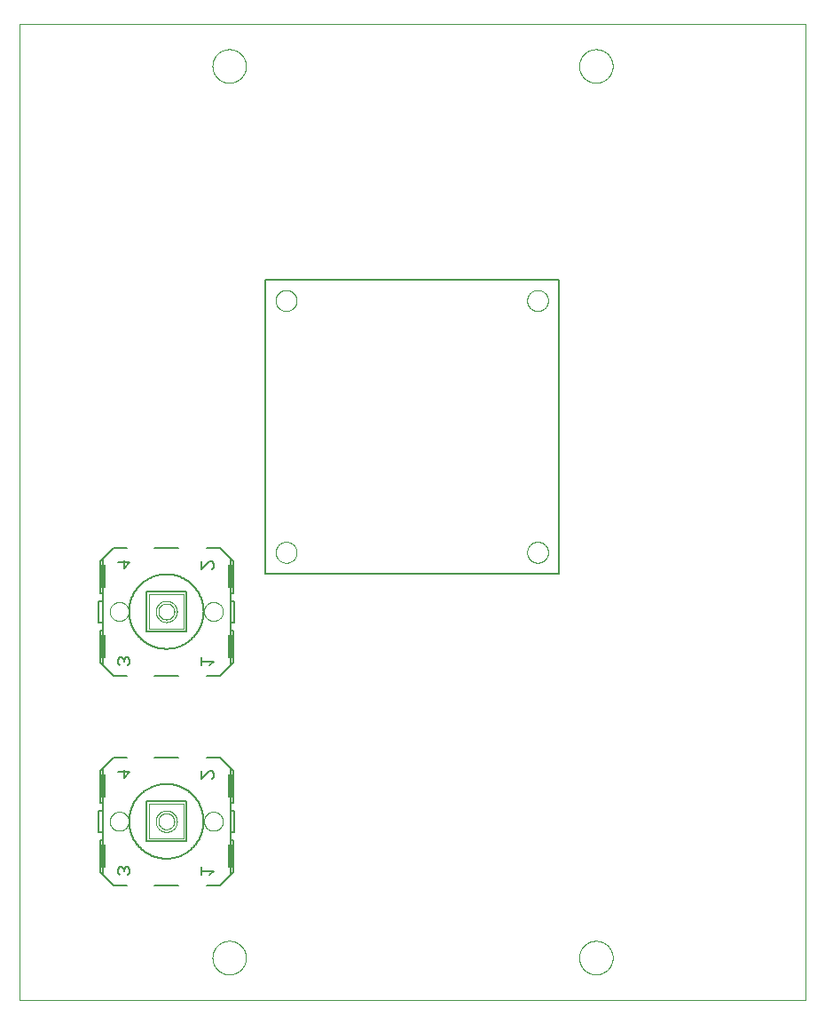
<source format=gbo>
G75*
%MOIN*%
%OFA0B0*%
%FSLAX25Y25*%
%IPPOS*%
%LPD*%
%AMOC8*
5,1,8,0,0,1.08239X$1,22.5*
%
%ADD10C,0.00000*%
%ADD11C,0.00500*%
%ADD12C,0.00600*%
%ADD13C,0.00200*%
%ADD14R,0.02000X0.08500*%
D10*
X0001600Y0001600D02*
X0001600Y0367742D01*
X0296876Y0367742D01*
X0296876Y0001600D01*
X0001600Y0001600D01*
X0035468Y0068529D02*
X0035470Y0068648D01*
X0035476Y0068766D01*
X0035486Y0068884D01*
X0035500Y0069002D01*
X0035517Y0069119D01*
X0035539Y0069236D01*
X0035565Y0069352D01*
X0035594Y0069467D01*
X0035627Y0069581D01*
X0035664Y0069693D01*
X0035705Y0069805D01*
X0035750Y0069915D01*
X0035798Y0070023D01*
X0035850Y0070130D01*
X0035905Y0070235D01*
X0035964Y0070338D01*
X0036026Y0070439D01*
X0036091Y0070538D01*
X0036160Y0070635D01*
X0036232Y0070729D01*
X0036307Y0070821D01*
X0036385Y0070910D01*
X0036466Y0070997D01*
X0036550Y0071081D01*
X0036637Y0071162D01*
X0036726Y0071240D01*
X0036818Y0071315D01*
X0036912Y0071387D01*
X0037009Y0071456D01*
X0037108Y0071521D01*
X0037209Y0071583D01*
X0037312Y0071642D01*
X0037417Y0071697D01*
X0037524Y0071749D01*
X0037632Y0071797D01*
X0037742Y0071842D01*
X0037854Y0071883D01*
X0037966Y0071920D01*
X0038080Y0071953D01*
X0038195Y0071982D01*
X0038311Y0072008D01*
X0038428Y0072030D01*
X0038545Y0072047D01*
X0038663Y0072061D01*
X0038781Y0072071D01*
X0038899Y0072077D01*
X0039018Y0072079D01*
X0039137Y0072077D01*
X0039255Y0072071D01*
X0039373Y0072061D01*
X0039491Y0072047D01*
X0039608Y0072030D01*
X0039725Y0072008D01*
X0039841Y0071982D01*
X0039956Y0071953D01*
X0040070Y0071920D01*
X0040182Y0071883D01*
X0040294Y0071842D01*
X0040404Y0071797D01*
X0040512Y0071749D01*
X0040619Y0071697D01*
X0040724Y0071642D01*
X0040827Y0071583D01*
X0040928Y0071521D01*
X0041027Y0071456D01*
X0041124Y0071387D01*
X0041218Y0071315D01*
X0041310Y0071240D01*
X0041399Y0071162D01*
X0041486Y0071081D01*
X0041570Y0070997D01*
X0041651Y0070910D01*
X0041729Y0070821D01*
X0041804Y0070729D01*
X0041876Y0070635D01*
X0041945Y0070538D01*
X0042010Y0070439D01*
X0042072Y0070338D01*
X0042131Y0070235D01*
X0042186Y0070130D01*
X0042238Y0070023D01*
X0042286Y0069915D01*
X0042331Y0069805D01*
X0042372Y0069693D01*
X0042409Y0069581D01*
X0042442Y0069467D01*
X0042471Y0069352D01*
X0042497Y0069236D01*
X0042519Y0069119D01*
X0042536Y0069002D01*
X0042550Y0068884D01*
X0042560Y0068766D01*
X0042566Y0068648D01*
X0042568Y0068529D01*
X0042566Y0068410D01*
X0042560Y0068292D01*
X0042550Y0068174D01*
X0042536Y0068056D01*
X0042519Y0067939D01*
X0042497Y0067822D01*
X0042471Y0067706D01*
X0042442Y0067591D01*
X0042409Y0067477D01*
X0042372Y0067365D01*
X0042331Y0067253D01*
X0042286Y0067143D01*
X0042238Y0067035D01*
X0042186Y0066928D01*
X0042131Y0066823D01*
X0042072Y0066720D01*
X0042010Y0066619D01*
X0041945Y0066520D01*
X0041876Y0066423D01*
X0041804Y0066329D01*
X0041729Y0066237D01*
X0041651Y0066148D01*
X0041570Y0066061D01*
X0041486Y0065977D01*
X0041399Y0065896D01*
X0041310Y0065818D01*
X0041218Y0065743D01*
X0041124Y0065671D01*
X0041027Y0065602D01*
X0040928Y0065537D01*
X0040827Y0065475D01*
X0040724Y0065416D01*
X0040619Y0065361D01*
X0040512Y0065309D01*
X0040404Y0065261D01*
X0040294Y0065216D01*
X0040182Y0065175D01*
X0040070Y0065138D01*
X0039956Y0065105D01*
X0039841Y0065076D01*
X0039725Y0065050D01*
X0039608Y0065028D01*
X0039491Y0065011D01*
X0039373Y0064997D01*
X0039255Y0064987D01*
X0039137Y0064981D01*
X0039018Y0064979D01*
X0038899Y0064981D01*
X0038781Y0064987D01*
X0038663Y0064997D01*
X0038545Y0065011D01*
X0038428Y0065028D01*
X0038311Y0065050D01*
X0038195Y0065076D01*
X0038080Y0065105D01*
X0037966Y0065138D01*
X0037854Y0065175D01*
X0037742Y0065216D01*
X0037632Y0065261D01*
X0037524Y0065309D01*
X0037417Y0065361D01*
X0037312Y0065416D01*
X0037209Y0065475D01*
X0037108Y0065537D01*
X0037009Y0065602D01*
X0036912Y0065671D01*
X0036818Y0065743D01*
X0036726Y0065818D01*
X0036637Y0065896D01*
X0036550Y0065977D01*
X0036466Y0066061D01*
X0036385Y0066148D01*
X0036307Y0066237D01*
X0036232Y0066329D01*
X0036160Y0066423D01*
X0036091Y0066520D01*
X0036026Y0066619D01*
X0035964Y0066720D01*
X0035905Y0066823D01*
X0035850Y0066928D01*
X0035798Y0067035D01*
X0035750Y0067143D01*
X0035705Y0067253D01*
X0035664Y0067365D01*
X0035627Y0067477D01*
X0035594Y0067591D01*
X0035565Y0067706D01*
X0035539Y0067822D01*
X0035517Y0067939D01*
X0035500Y0068056D01*
X0035486Y0068174D01*
X0035476Y0068292D01*
X0035470Y0068410D01*
X0035468Y0068529D01*
X0070868Y0068529D02*
X0070870Y0068648D01*
X0070876Y0068766D01*
X0070886Y0068884D01*
X0070900Y0069002D01*
X0070917Y0069119D01*
X0070939Y0069236D01*
X0070965Y0069352D01*
X0070994Y0069467D01*
X0071027Y0069581D01*
X0071064Y0069693D01*
X0071105Y0069805D01*
X0071150Y0069915D01*
X0071198Y0070023D01*
X0071250Y0070130D01*
X0071305Y0070235D01*
X0071364Y0070338D01*
X0071426Y0070439D01*
X0071491Y0070538D01*
X0071560Y0070635D01*
X0071632Y0070729D01*
X0071707Y0070821D01*
X0071785Y0070910D01*
X0071866Y0070997D01*
X0071950Y0071081D01*
X0072037Y0071162D01*
X0072126Y0071240D01*
X0072218Y0071315D01*
X0072312Y0071387D01*
X0072409Y0071456D01*
X0072508Y0071521D01*
X0072609Y0071583D01*
X0072712Y0071642D01*
X0072817Y0071697D01*
X0072924Y0071749D01*
X0073032Y0071797D01*
X0073142Y0071842D01*
X0073254Y0071883D01*
X0073366Y0071920D01*
X0073480Y0071953D01*
X0073595Y0071982D01*
X0073711Y0072008D01*
X0073828Y0072030D01*
X0073945Y0072047D01*
X0074063Y0072061D01*
X0074181Y0072071D01*
X0074299Y0072077D01*
X0074418Y0072079D01*
X0074537Y0072077D01*
X0074655Y0072071D01*
X0074773Y0072061D01*
X0074891Y0072047D01*
X0075008Y0072030D01*
X0075125Y0072008D01*
X0075241Y0071982D01*
X0075356Y0071953D01*
X0075470Y0071920D01*
X0075582Y0071883D01*
X0075694Y0071842D01*
X0075804Y0071797D01*
X0075912Y0071749D01*
X0076019Y0071697D01*
X0076124Y0071642D01*
X0076227Y0071583D01*
X0076328Y0071521D01*
X0076427Y0071456D01*
X0076524Y0071387D01*
X0076618Y0071315D01*
X0076710Y0071240D01*
X0076799Y0071162D01*
X0076886Y0071081D01*
X0076970Y0070997D01*
X0077051Y0070910D01*
X0077129Y0070821D01*
X0077204Y0070729D01*
X0077276Y0070635D01*
X0077345Y0070538D01*
X0077410Y0070439D01*
X0077472Y0070338D01*
X0077531Y0070235D01*
X0077586Y0070130D01*
X0077638Y0070023D01*
X0077686Y0069915D01*
X0077731Y0069805D01*
X0077772Y0069693D01*
X0077809Y0069581D01*
X0077842Y0069467D01*
X0077871Y0069352D01*
X0077897Y0069236D01*
X0077919Y0069119D01*
X0077936Y0069002D01*
X0077950Y0068884D01*
X0077960Y0068766D01*
X0077966Y0068648D01*
X0077968Y0068529D01*
X0077966Y0068410D01*
X0077960Y0068292D01*
X0077950Y0068174D01*
X0077936Y0068056D01*
X0077919Y0067939D01*
X0077897Y0067822D01*
X0077871Y0067706D01*
X0077842Y0067591D01*
X0077809Y0067477D01*
X0077772Y0067365D01*
X0077731Y0067253D01*
X0077686Y0067143D01*
X0077638Y0067035D01*
X0077586Y0066928D01*
X0077531Y0066823D01*
X0077472Y0066720D01*
X0077410Y0066619D01*
X0077345Y0066520D01*
X0077276Y0066423D01*
X0077204Y0066329D01*
X0077129Y0066237D01*
X0077051Y0066148D01*
X0076970Y0066061D01*
X0076886Y0065977D01*
X0076799Y0065896D01*
X0076710Y0065818D01*
X0076618Y0065743D01*
X0076524Y0065671D01*
X0076427Y0065602D01*
X0076328Y0065537D01*
X0076227Y0065475D01*
X0076124Y0065416D01*
X0076019Y0065361D01*
X0075912Y0065309D01*
X0075804Y0065261D01*
X0075694Y0065216D01*
X0075582Y0065175D01*
X0075470Y0065138D01*
X0075356Y0065105D01*
X0075241Y0065076D01*
X0075125Y0065050D01*
X0075008Y0065028D01*
X0074891Y0065011D01*
X0074773Y0064997D01*
X0074655Y0064987D01*
X0074537Y0064981D01*
X0074418Y0064979D01*
X0074299Y0064981D01*
X0074181Y0064987D01*
X0074063Y0064997D01*
X0073945Y0065011D01*
X0073828Y0065028D01*
X0073711Y0065050D01*
X0073595Y0065076D01*
X0073480Y0065105D01*
X0073366Y0065138D01*
X0073254Y0065175D01*
X0073142Y0065216D01*
X0073032Y0065261D01*
X0072924Y0065309D01*
X0072817Y0065361D01*
X0072712Y0065416D01*
X0072609Y0065475D01*
X0072508Y0065537D01*
X0072409Y0065602D01*
X0072312Y0065671D01*
X0072218Y0065743D01*
X0072126Y0065818D01*
X0072037Y0065896D01*
X0071950Y0065977D01*
X0071866Y0066061D01*
X0071785Y0066148D01*
X0071707Y0066237D01*
X0071632Y0066329D01*
X0071560Y0066423D01*
X0071491Y0066520D01*
X0071426Y0066619D01*
X0071364Y0066720D01*
X0071305Y0066823D01*
X0071250Y0066928D01*
X0071198Y0067035D01*
X0071150Y0067143D01*
X0071105Y0067253D01*
X0071064Y0067365D01*
X0071027Y0067477D01*
X0070994Y0067591D01*
X0070965Y0067706D01*
X0070939Y0067822D01*
X0070917Y0067939D01*
X0070900Y0068056D01*
X0070886Y0068174D01*
X0070876Y0068292D01*
X0070870Y0068410D01*
X0070868Y0068529D01*
X0074041Y0017348D02*
X0074043Y0017506D01*
X0074049Y0017664D01*
X0074059Y0017822D01*
X0074073Y0017980D01*
X0074091Y0018137D01*
X0074112Y0018294D01*
X0074138Y0018450D01*
X0074168Y0018606D01*
X0074201Y0018761D01*
X0074239Y0018914D01*
X0074280Y0019067D01*
X0074325Y0019219D01*
X0074374Y0019370D01*
X0074427Y0019519D01*
X0074483Y0019667D01*
X0074543Y0019813D01*
X0074607Y0019958D01*
X0074675Y0020101D01*
X0074746Y0020243D01*
X0074820Y0020383D01*
X0074898Y0020520D01*
X0074980Y0020656D01*
X0075064Y0020790D01*
X0075153Y0020921D01*
X0075244Y0021050D01*
X0075339Y0021177D01*
X0075436Y0021302D01*
X0075537Y0021424D01*
X0075641Y0021543D01*
X0075748Y0021660D01*
X0075858Y0021774D01*
X0075971Y0021885D01*
X0076086Y0021994D01*
X0076204Y0022099D01*
X0076325Y0022201D01*
X0076448Y0022301D01*
X0076574Y0022397D01*
X0076702Y0022490D01*
X0076832Y0022580D01*
X0076965Y0022666D01*
X0077100Y0022750D01*
X0077236Y0022829D01*
X0077375Y0022906D01*
X0077516Y0022978D01*
X0077658Y0023048D01*
X0077802Y0023113D01*
X0077948Y0023175D01*
X0078095Y0023233D01*
X0078244Y0023288D01*
X0078394Y0023339D01*
X0078545Y0023386D01*
X0078697Y0023429D01*
X0078850Y0023468D01*
X0079005Y0023504D01*
X0079160Y0023535D01*
X0079316Y0023563D01*
X0079472Y0023587D01*
X0079629Y0023607D01*
X0079787Y0023623D01*
X0079944Y0023635D01*
X0080103Y0023643D01*
X0080261Y0023647D01*
X0080419Y0023647D01*
X0080577Y0023643D01*
X0080736Y0023635D01*
X0080893Y0023623D01*
X0081051Y0023607D01*
X0081208Y0023587D01*
X0081364Y0023563D01*
X0081520Y0023535D01*
X0081675Y0023504D01*
X0081830Y0023468D01*
X0081983Y0023429D01*
X0082135Y0023386D01*
X0082286Y0023339D01*
X0082436Y0023288D01*
X0082585Y0023233D01*
X0082732Y0023175D01*
X0082878Y0023113D01*
X0083022Y0023048D01*
X0083164Y0022978D01*
X0083305Y0022906D01*
X0083444Y0022829D01*
X0083580Y0022750D01*
X0083715Y0022666D01*
X0083848Y0022580D01*
X0083978Y0022490D01*
X0084106Y0022397D01*
X0084232Y0022301D01*
X0084355Y0022201D01*
X0084476Y0022099D01*
X0084594Y0021994D01*
X0084709Y0021885D01*
X0084822Y0021774D01*
X0084932Y0021660D01*
X0085039Y0021543D01*
X0085143Y0021424D01*
X0085244Y0021302D01*
X0085341Y0021177D01*
X0085436Y0021050D01*
X0085527Y0020921D01*
X0085616Y0020790D01*
X0085700Y0020656D01*
X0085782Y0020520D01*
X0085860Y0020383D01*
X0085934Y0020243D01*
X0086005Y0020101D01*
X0086073Y0019958D01*
X0086137Y0019813D01*
X0086197Y0019667D01*
X0086253Y0019519D01*
X0086306Y0019370D01*
X0086355Y0019219D01*
X0086400Y0019067D01*
X0086441Y0018914D01*
X0086479Y0018761D01*
X0086512Y0018606D01*
X0086542Y0018450D01*
X0086568Y0018294D01*
X0086589Y0018137D01*
X0086607Y0017980D01*
X0086621Y0017822D01*
X0086631Y0017664D01*
X0086637Y0017506D01*
X0086639Y0017348D01*
X0086637Y0017190D01*
X0086631Y0017032D01*
X0086621Y0016874D01*
X0086607Y0016716D01*
X0086589Y0016559D01*
X0086568Y0016402D01*
X0086542Y0016246D01*
X0086512Y0016090D01*
X0086479Y0015935D01*
X0086441Y0015782D01*
X0086400Y0015629D01*
X0086355Y0015477D01*
X0086306Y0015326D01*
X0086253Y0015177D01*
X0086197Y0015029D01*
X0086137Y0014883D01*
X0086073Y0014738D01*
X0086005Y0014595D01*
X0085934Y0014453D01*
X0085860Y0014313D01*
X0085782Y0014176D01*
X0085700Y0014040D01*
X0085616Y0013906D01*
X0085527Y0013775D01*
X0085436Y0013646D01*
X0085341Y0013519D01*
X0085244Y0013394D01*
X0085143Y0013272D01*
X0085039Y0013153D01*
X0084932Y0013036D01*
X0084822Y0012922D01*
X0084709Y0012811D01*
X0084594Y0012702D01*
X0084476Y0012597D01*
X0084355Y0012495D01*
X0084232Y0012395D01*
X0084106Y0012299D01*
X0083978Y0012206D01*
X0083848Y0012116D01*
X0083715Y0012030D01*
X0083580Y0011946D01*
X0083444Y0011867D01*
X0083305Y0011790D01*
X0083164Y0011718D01*
X0083022Y0011648D01*
X0082878Y0011583D01*
X0082732Y0011521D01*
X0082585Y0011463D01*
X0082436Y0011408D01*
X0082286Y0011357D01*
X0082135Y0011310D01*
X0081983Y0011267D01*
X0081830Y0011228D01*
X0081675Y0011192D01*
X0081520Y0011161D01*
X0081364Y0011133D01*
X0081208Y0011109D01*
X0081051Y0011089D01*
X0080893Y0011073D01*
X0080736Y0011061D01*
X0080577Y0011053D01*
X0080419Y0011049D01*
X0080261Y0011049D01*
X0080103Y0011053D01*
X0079944Y0011061D01*
X0079787Y0011073D01*
X0079629Y0011089D01*
X0079472Y0011109D01*
X0079316Y0011133D01*
X0079160Y0011161D01*
X0079005Y0011192D01*
X0078850Y0011228D01*
X0078697Y0011267D01*
X0078545Y0011310D01*
X0078394Y0011357D01*
X0078244Y0011408D01*
X0078095Y0011463D01*
X0077948Y0011521D01*
X0077802Y0011583D01*
X0077658Y0011648D01*
X0077516Y0011718D01*
X0077375Y0011790D01*
X0077236Y0011867D01*
X0077100Y0011946D01*
X0076965Y0012030D01*
X0076832Y0012116D01*
X0076702Y0012206D01*
X0076574Y0012299D01*
X0076448Y0012395D01*
X0076325Y0012495D01*
X0076204Y0012597D01*
X0076086Y0012702D01*
X0075971Y0012811D01*
X0075858Y0012922D01*
X0075748Y0013036D01*
X0075641Y0013153D01*
X0075537Y0013272D01*
X0075436Y0013394D01*
X0075339Y0013519D01*
X0075244Y0013646D01*
X0075153Y0013775D01*
X0075064Y0013906D01*
X0074980Y0014040D01*
X0074898Y0014176D01*
X0074820Y0014313D01*
X0074746Y0014453D01*
X0074675Y0014595D01*
X0074607Y0014738D01*
X0074543Y0014883D01*
X0074483Y0015029D01*
X0074427Y0015177D01*
X0074374Y0015326D01*
X0074325Y0015477D01*
X0074280Y0015629D01*
X0074239Y0015782D01*
X0074201Y0015935D01*
X0074168Y0016090D01*
X0074138Y0016246D01*
X0074112Y0016402D01*
X0074091Y0016559D01*
X0074073Y0016716D01*
X0074059Y0016874D01*
X0074049Y0017032D01*
X0074043Y0017190D01*
X0074041Y0017348D01*
X0070868Y0147269D02*
X0070870Y0147388D01*
X0070876Y0147506D01*
X0070886Y0147624D01*
X0070900Y0147742D01*
X0070917Y0147859D01*
X0070939Y0147976D01*
X0070965Y0148092D01*
X0070994Y0148207D01*
X0071027Y0148321D01*
X0071064Y0148433D01*
X0071105Y0148545D01*
X0071150Y0148655D01*
X0071198Y0148763D01*
X0071250Y0148870D01*
X0071305Y0148975D01*
X0071364Y0149078D01*
X0071426Y0149179D01*
X0071491Y0149278D01*
X0071560Y0149375D01*
X0071632Y0149469D01*
X0071707Y0149561D01*
X0071785Y0149650D01*
X0071866Y0149737D01*
X0071950Y0149821D01*
X0072037Y0149902D01*
X0072126Y0149980D01*
X0072218Y0150055D01*
X0072312Y0150127D01*
X0072409Y0150196D01*
X0072508Y0150261D01*
X0072609Y0150323D01*
X0072712Y0150382D01*
X0072817Y0150437D01*
X0072924Y0150489D01*
X0073032Y0150537D01*
X0073142Y0150582D01*
X0073254Y0150623D01*
X0073366Y0150660D01*
X0073480Y0150693D01*
X0073595Y0150722D01*
X0073711Y0150748D01*
X0073828Y0150770D01*
X0073945Y0150787D01*
X0074063Y0150801D01*
X0074181Y0150811D01*
X0074299Y0150817D01*
X0074418Y0150819D01*
X0074537Y0150817D01*
X0074655Y0150811D01*
X0074773Y0150801D01*
X0074891Y0150787D01*
X0075008Y0150770D01*
X0075125Y0150748D01*
X0075241Y0150722D01*
X0075356Y0150693D01*
X0075470Y0150660D01*
X0075582Y0150623D01*
X0075694Y0150582D01*
X0075804Y0150537D01*
X0075912Y0150489D01*
X0076019Y0150437D01*
X0076124Y0150382D01*
X0076227Y0150323D01*
X0076328Y0150261D01*
X0076427Y0150196D01*
X0076524Y0150127D01*
X0076618Y0150055D01*
X0076710Y0149980D01*
X0076799Y0149902D01*
X0076886Y0149821D01*
X0076970Y0149737D01*
X0077051Y0149650D01*
X0077129Y0149561D01*
X0077204Y0149469D01*
X0077276Y0149375D01*
X0077345Y0149278D01*
X0077410Y0149179D01*
X0077472Y0149078D01*
X0077531Y0148975D01*
X0077586Y0148870D01*
X0077638Y0148763D01*
X0077686Y0148655D01*
X0077731Y0148545D01*
X0077772Y0148433D01*
X0077809Y0148321D01*
X0077842Y0148207D01*
X0077871Y0148092D01*
X0077897Y0147976D01*
X0077919Y0147859D01*
X0077936Y0147742D01*
X0077950Y0147624D01*
X0077960Y0147506D01*
X0077966Y0147388D01*
X0077968Y0147269D01*
X0077966Y0147150D01*
X0077960Y0147032D01*
X0077950Y0146914D01*
X0077936Y0146796D01*
X0077919Y0146679D01*
X0077897Y0146562D01*
X0077871Y0146446D01*
X0077842Y0146331D01*
X0077809Y0146217D01*
X0077772Y0146105D01*
X0077731Y0145993D01*
X0077686Y0145883D01*
X0077638Y0145775D01*
X0077586Y0145668D01*
X0077531Y0145563D01*
X0077472Y0145460D01*
X0077410Y0145359D01*
X0077345Y0145260D01*
X0077276Y0145163D01*
X0077204Y0145069D01*
X0077129Y0144977D01*
X0077051Y0144888D01*
X0076970Y0144801D01*
X0076886Y0144717D01*
X0076799Y0144636D01*
X0076710Y0144558D01*
X0076618Y0144483D01*
X0076524Y0144411D01*
X0076427Y0144342D01*
X0076328Y0144277D01*
X0076227Y0144215D01*
X0076124Y0144156D01*
X0076019Y0144101D01*
X0075912Y0144049D01*
X0075804Y0144001D01*
X0075694Y0143956D01*
X0075582Y0143915D01*
X0075470Y0143878D01*
X0075356Y0143845D01*
X0075241Y0143816D01*
X0075125Y0143790D01*
X0075008Y0143768D01*
X0074891Y0143751D01*
X0074773Y0143737D01*
X0074655Y0143727D01*
X0074537Y0143721D01*
X0074418Y0143719D01*
X0074299Y0143721D01*
X0074181Y0143727D01*
X0074063Y0143737D01*
X0073945Y0143751D01*
X0073828Y0143768D01*
X0073711Y0143790D01*
X0073595Y0143816D01*
X0073480Y0143845D01*
X0073366Y0143878D01*
X0073254Y0143915D01*
X0073142Y0143956D01*
X0073032Y0144001D01*
X0072924Y0144049D01*
X0072817Y0144101D01*
X0072712Y0144156D01*
X0072609Y0144215D01*
X0072508Y0144277D01*
X0072409Y0144342D01*
X0072312Y0144411D01*
X0072218Y0144483D01*
X0072126Y0144558D01*
X0072037Y0144636D01*
X0071950Y0144717D01*
X0071866Y0144801D01*
X0071785Y0144888D01*
X0071707Y0144977D01*
X0071632Y0145069D01*
X0071560Y0145163D01*
X0071491Y0145260D01*
X0071426Y0145359D01*
X0071364Y0145460D01*
X0071305Y0145563D01*
X0071250Y0145668D01*
X0071198Y0145775D01*
X0071150Y0145883D01*
X0071105Y0145993D01*
X0071064Y0146105D01*
X0071027Y0146217D01*
X0070994Y0146331D01*
X0070965Y0146446D01*
X0070939Y0146562D01*
X0070917Y0146679D01*
X0070900Y0146796D01*
X0070886Y0146914D01*
X0070876Y0147032D01*
X0070870Y0147150D01*
X0070868Y0147269D01*
X0035468Y0147269D02*
X0035470Y0147388D01*
X0035476Y0147506D01*
X0035486Y0147624D01*
X0035500Y0147742D01*
X0035517Y0147859D01*
X0035539Y0147976D01*
X0035565Y0148092D01*
X0035594Y0148207D01*
X0035627Y0148321D01*
X0035664Y0148433D01*
X0035705Y0148545D01*
X0035750Y0148655D01*
X0035798Y0148763D01*
X0035850Y0148870D01*
X0035905Y0148975D01*
X0035964Y0149078D01*
X0036026Y0149179D01*
X0036091Y0149278D01*
X0036160Y0149375D01*
X0036232Y0149469D01*
X0036307Y0149561D01*
X0036385Y0149650D01*
X0036466Y0149737D01*
X0036550Y0149821D01*
X0036637Y0149902D01*
X0036726Y0149980D01*
X0036818Y0150055D01*
X0036912Y0150127D01*
X0037009Y0150196D01*
X0037108Y0150261D01*
X0037209Y0150323D01*
X0037312Y0150382D01*
X0037417Y0150437D01*
X0037524Y0150489D01*
X0037632Y0150537D01*
X0037742Y0150582D01*
X0037854Y0150623D01*
X0037966Y0150660D01*
X0038080Y0150693D01*
X0038195Y0150722D01*
X0038311Y0150748D01*
X0038428Y0150770D01*
X0038545Y0150787D01*
X0038663Y0150801D01*
X0038781Y0150811D01*
X0038899Y0150817D01*
X0039018Y0150819D01*
X0039137Y0150817D01*
X0039255Y0150811D01*
X0039373Y0150801D01*
X0039491Y0150787D01*
X0039608Y0150770D01*
X0039725Y0150748D01*
X0039841Y0150722D01*
X0039956Y0150693D01*
X0040070Y0150660D01*
X0040182Y0150623D01*
X0040294Y0150582D01*
X0040404Y0150537D01*
X0040512Y0150489D01*
X0040619Y0150437D01*
X0040724Y0150382D01*
X0040827Y0150323D01*
X0040928Y0150261D01*
X0041027Y0150196D01*
X0041124Y0150127D01*
X0041218Y0150055D01*
X0041310Y0149980D01*
X0041399Y0149902D01*
X0041486Y0149821D01*
X0041570Y0149737D01*
X0041651Y0149650D01*
X0041729Y0149561D01*
X0041804Y0149469D01*
X0041876Y0149375D01*
X0041945Y0149278D01*
X0042010Y0149179D01*
X0042072Y0149078D01*
X0042131Y0148975D01*
X0042186Y0148870D01*
X0042238Y0148763D01*
X0042286Y0148655D01*
X0042331Y0148545D01*
X0042372Y0148433D01*
X0042409Y0148321D01*
X0042442Y0148207D01*
X0042471Y0148092D01*
X0042497Y0147976D01*
X0042519Y0147859D01*
X0042536Y0147742D01*
X0042550Y0147624D01*
X0042560Y0147506D01*
X0042566Y0147388D01*
X0042568Y0147269D01*
X0042566Y0147150D01*
X0042560Y0147032D01*
X0042550Y0146914D01*
X0042536Y0146796D01*
X0042519Y0146679D01*
X0042497Y0146562D01*
X0042471Y0146446D01*
X0042442Y0146331D01*
X0042409Y0146217D01*
X0042372Y0146105D01*
X0042331Y0145993D01*
X0042286Y0145883D01*
X0042238Y0145775D01*
X0042186Y0145668D01*
X0042131Y0145563D01*
X0042072Y0145460D01*
X0042010Y0145359D01*
X0041945Y0145260D01*
X0041876Y0145163D01*
X0041804Y0145069D01*
X0041729Y0144977D01*
X0041651Y0144888D01*
X0041570Y0144801D01*
X0041486Y0144717D01*
X0041399Y0144636D01*
X0041310Y0144558D01*
X0041218Y0144483D01*
X0041124Y0144411D01*
X0041027Y0144342D01*
X0040928Y0144277D01*
X0040827Y0144215D01*
X0040724Y0144156D01*
X0040619Y0144101D01*
X0040512Y0144049D01*
X0040404Y0144001D01*
X0040294Y0143956D01*
X0040182Y0143915D01*
X0040070Y0143878D01*
X0039956Y0143845D01*
X0039841Y0143816D01*
X0039725Y0143790D01*
X0039608Y0143768D01*
X0039491Y0143751D01*
X0039373Y0143737D01*
X0039255Y0143727D01*
X0039137Y0143721D01*
X0039018Y0143719D01*
X0038899Y0143721D01*
X0038781Y0143727D01*
X0038663Y0143737D01*
X0038545Y0143751D01*
X0038428Y0143768D01*
X0038311Y0143790D01*
X0038195Y0143816D01*
X0038080Y0143845D01*
X0037966Y0143878D01*
X0037854Y0143915D01*
X0037742Y0143956D01*
X0037632Y0144001D01*
X0037524Y0144049D01*
X0037417Y0144101D01*
X0037312Y0144156D01*
X0037209Y0144215D01*
X0037108Y0144277D01*
X0037009Y0144342D01*
X0036912Y0144411D01*
X0036818Y0144483D01*
X0036726Y0144558D01*
X0036637Y0144636D01*
X0036550Y0144717D01*
X0036466Y0144801D01*
X0036385Y0144888D01*
X0036307Y0144977D01*
X0036232Y0145069D01*
X0036160Y0145163D01*
X0036091Y0145260D01*
X0036026Y0145359D01*
X0035964Y0145460D01*
X0035905Y0145563D01*
X0035850Y0145668D01*
X0035798Y0145775D01*
X0035750Y0145883D01*
X0035705Y0145993D01*
X0035664Y0146105D01*
X0035627Y0146217D01*
X0035594Y0146331D01*
X0035565Y0146446D01*
X0035539Y0146562D01*
X0035517Y0146679D01*
X0035500Y0146796D01*
X0035486Y0146914D01*
X0035476Y0147032D01*
X0035470Y0147150D01*
X0035468Y0147269D01*
X0097801Y0169474D02*
X0097803Y0169599D01*
X0097809Y0169724D01*
X0097819Y0169848D01*
X0097833Y0169972D01*
X0097850Y0170096D01*
X0097872Y0170219D01*
X0097898Y0170341D01*
X0097927Y0170463D01*
X0097960Y0170583D01*
X0097998Y0170702D01*
X0098038Y0170821D01*
X0098083Y0170937D01*
X0098131Y0171052D01*
X0098183Y0171166D01*
X0098239Y0171278D01*
X0098298Y0171388D01*
X0098360Y0171496D01*
X0098426Y0171603D01*
X0098495Y0171707D01*
X0098568Y0171808D01*
X0098643Y0171908D01*
X0098722Y0172005D01*
X0098804Y0172099D01*
X0098889Y0172191D01*
X0098976Y0172280D01*
X0099067Y0172366D01*
X0099160Y0172449D01*
X0099256Y0172530D01*
X0099354Y0172607D01*
X0099454Y0172681D01*
X0099557Y0172752D01*
X0099662Y0172819D01*
X0099770Y0172884D01*
X0099879Y0172944D01*
X0099990Y0173002D01*
X0100103Y0173055D01*
X0100217Y0173105D01*
X0100333Y0173152D01*
X0100450Y0173194D01*
X0100569Y0173233D01*
X0100689Y0173269D01*
X0100810Y0173300D01*
X0100932Y0173328D01*
X0101054Y0173351D01*
X0101178Y0173371D01*
X0101302Y0173387D01*
X0101426Y0173399D01*
X0101551Y0173407D01*
X0101676Y0173411D01*
X0101800Y0173411D01*
X0101925Y0173407D01*
X0102050Y0173399D01*
X0102174Y0173387D01*
X0102298Y0173371D01*
X0102422Y0173351D01*
X0102544Y0173328D01*
X0102666Y0173300D01*
X0102787Y0173269D01*
X0102907Y0173233D01*
X0103026Y0173194D01*
X0103143Y0173152D01*
X0103259Y0173105D01*
X0103373Y0173055D01*
X0103486Y0173002D01*
X0103597Y0172944D01*
X0103707Y0172884D01*
X0103814Y0172819D01*
X0103919Y0172752D01*
X0104022Y0172681D01*
X0104122Y0172607D01*
X0104220Y0172530D01*
X0104316Y0172449D01*
X0104409Y0172366D01*
X0104500Y0172280D01*
X0104587Y0172191D01*
X0104672Y0172099D01*
X0104754Y0172005D01*
X0104833Y0171908D01*
X0104908Y0171808D01*
X0104981Y0171707D01*
X0105050Y0171603D01*
X0105116Y0171496D01*
X0105178Y0171388D01*
X0105237Y0171278D01*
X0105293Y0171166D01*
X0105345Y0171052D01*
X0105393Y0170937D01*
X0105438Y0170821D01*
X0105478Y0170702D01*
X0105516Y0170583D01*
X0105549Y0170463D01*
X0105578Y0170341D01*
X0105604Y0170219D01*
X0105626Y0170096D01*
X0105643Y0169972D01*
X0105657Y0169848D01*
X0105667Y0169724D01*
X0105673Y0169599D01*
X0105675Y0169474D01*
X0105673Y0169349D01*
X0105667Y0169224D01*
X0105657Y0169100D01*
X0105643Y0168976D01*
X0105626Y0168852D01*
X0105604Y0168729D01*
X0105578Y0168607D01*
X0105549Y0168485D01*
X0105516Y0168365D01*
X0105478Y0168246D01*
X0105438Y0168127D01*
X0105393Y0168011D01*
X0105345Y0167896D01*
X0105293Y0167782D01*
X0105237Y0167670D01*
X0105178Y0167560D01*
X0105116Y0167452D01*
X0105050Y0167345D01*
X0104981Y0167241D01*
X0104908Y0167140D01*
X0104833Y0167040D01*
X0104754Y0166943D01*
X0104672Y0166849D01*
X0104587Y0166757D01*
X0104500Y0166668D01*
X0104409Y0166582D01*
X0104316Y0166499D01*
X0104220Y0166418D01*
X0104122Y0166341D01*
X0104022Y0166267D01*
X0103919Y0166196D01*
X0103814Y0166129D01*
X0103706Y0166064D01*
X0103597Y0166004D01*
X0103486Y0165946D01*
X0103373Y0165893D01*
X0103259Y0165843D01*
X0103143Y0165796D01*
X0103026Y0165754D01*
X0102907Y0165715D01*
X0102787Y0165679D01*
X0102666Y0165648D01*
X0102544Y0165620D01*
X0102422Y0165597D01*
X0102298Y0165577D01*
X0102174Y0165561D01*
X0102050Y0165549D01*
X0101925Y0165541D01*
X0101800Y0165537D01*
X0101676Y0165537D01*
X0101551Y0165541D01*
X0101426Y0165549D01*
X0101302Y0165561D01*
X0101178Y0165577D01*
X0101054Y0165597D01*
X0100932Y0165620D01*
X0100810Y0165648D01*
X0100689Y0165679D01*
X0100569Y0165715D01*
X0100450Y0165754D01*
X0100333Y0165796D01*
X0100217Y0165843D01*
X0100103Y0165893D01*
X0099990Y0165946D01*
X0099879Y0166004D01*
X0099769Y0166064D01*
X0099662Y0166129D01*
X0099557Y0166196D01*
X0099454Y0166267D01*
X0099354Y0166341D01*
X0099256Y0166418D01*
X0099160Y0166499D01*
X0099067Y0166582D01*
X0098976Y0166668D01*
X0098889Y0166757D01*
X0098804Y0166849D01*
X0098722Y0166943D01*
X0098643Y0167040D01*
X0098568Y0167140D01*
X0098495Y0167241D01*
X0098426Y0167345D01*
X0098360Y0167452D01*
X0098298Y0167560D01*
X0098239Y0167670D01*
X0098183Y0167782D01*
X0098131Y0167896D01*
X0098083Y0168011D01*
X0098038Y0168127D01*
X0097998Y0168246D01*
X0097960Y0168365D01*
X0097927Y0168485D01*
X0097898Y0168607D01*
X0097872Y0168729D01*
X0097850Y0168852D01*
X0097833Y0168976D01*
X0097819Y0169100D01*
X0097809Y0169224D01*
X0097803Y0169349D01*
X0097801Y0169474D01*
X0097801Y0263962D02*
X0097803Y0264087D01*
X0097809Y0264212D01*
X0097819Y0264336D01*
X0097833Y0264460D01*
X0097850Y0264584D01*
X0097872Y0264707D01*
X0097898Y0264829D01*
X0097927Y0264951D01*
X0097960Y0265071D01*
X0097998Y0265190D01*
X0098038Y0265309D01*
X0098083Y0265425D01*
X0098131Y0265540D01*
X0098183Y0265654D01*
X0098239Y0265766D01*
X0098298Y0265876D01*
X0098360Y0265984D01*
X0098426Y0266091D01*
X0098495Y0266195D01*
X0098568Y0266296D01*
X0098643Y0266396D01*
X0098722Y0266493D01*
X0098804Y0266587D01*
X0098889Y0266679D01*
X0098976Y0266768D01*
X0099067Y0266854D01*
X0099160Y0266937D01*
X0099256Y0267018D01*
X0099354Y0267095D01*
X0099454Y0267169D01*
X0099557Y0267240D01*
X0099662Y0267307D01*
X0099770Y0267372D01*
X0099879Y0267432D01*
X0099990Y0267490D01*
X0100103Y0267543D01*
X0100217Y0267593D01*
X0100333Y0267640D01*
X0100450Y0267682D01*
X0100569Y0267721D01*
X0100689Y0267757D01*
X0100810Y0267788D01*
X0100932Y0267816D01*
X0101054Y0267839D01*
X0101178Y0267859D01*
X0101302Y0267875D01*
X0101426Y0267887D01*
X0101551Y0267895D01*
X0101676Y0267899D01*
X0101800Y0267899D01*
X0101925Y0267895D01*
X0102050Y0267887D01*
X0102174Y0267875D01*
X0102298Y0267859D01*
X0102422Y0267839D01*
X0102544Y0267816D01*
X0102666Y0267788D01*
X0102787Y0267757D01*
X0102907Y0267721D01*
X0103026Y0267682D01*
X0103143Y0267640D01*
X0103259Y0267593D01*
X0103373Y0267543D01*
X0103486Y0267490D01*
X0103597Y0267432D01*
X0103707Y0267372D01*
X0103814Y0267307D01*
X0103919Y0267240D01*
X0104022Y0267169D01*
X0104122Y0267095D01*
X0104220Y0267018D01*
X0104316Y0266937D01*
X0104409Y0266854D01*
X0104500Y0266768D01*
X0104587Y0266679D01*
X0104672Y0266587D01*
X0104754Y0266493D01*
X0104833Y0266396D01*
X0104908Y0266296D01*
X0104981Y0266195D01*
X0105050Y0266091D01*
X0105116Y0265984D01*
X0105178Y0265876D01*
X0105237Y0265766D01*
X0105293Y0265654D01*
X0105345Y0265540D01*
X0105393Y0265425D01*
X0105438Y0265309D01*
X0105478Y0265190D01*
X0105516Y0265071D01*
X0105549Y0264951D01*
X0105578Y0264829D01*
X0105604Y0264707D01*
X0105626Y0264584D01*
X0105643Y0264460D01*
X0105657Y0264336D01*
X0105667Y0264212D01*
X0105673Y0264087D01*
X0105675Y0263962D01*
X0105673Y0263837D01*
X0105667Y0263712D01*
X0105657Y0263588D01*
X0105643Y0263464D01*
X0105626Y0263340D01*
X0105604Y0263217D01*
X0105578Y0263095D01*
X0105549Y0262973D01*
X0105516Y0262853D01*
X0105478Y0262734D01*
X0105438Y0262615D01*
X0105393Y0262499D01*
X0105345Y0262384D01*
X0105293Y0262270D01*
X0105237Y0262158D01*
X0105178Y0262048D01*
X0105116Y0261940D01*
X0105050Y0261833D01*
X0104981Y0261729D01*
X0104908Y0261628D01*
X0104833Y0261528D01*
X0104754Y0261431D01*
X0104672Y0261337D01*
X0104587Y0261245D01*
X0104500Y0261156D01*
X0104409Y0261070D01*
X0104316Y0260987D01*
X0104220Y0260906D01*
X0104122Y0260829D01*
X0104022Y0260755D01*
X0103919Y0260684D01*
X0103814Y0260617D01*
X0103706Y0260552D01*
X0103597Y0260492D01*
X0103486Y0260434D01*
X0103373Y0260381D01*
X0103259Y0260331D01*
X0103143Y0260284D01*
X0103026Y0260242D01*
X0102907Y0260203D01*
X0102787Y0260167D01*
X0102666Y0260136D01*
X0102544Y0260108D01*
X0102422Y0260085D01*
X0102298Y0260065D01*
X0102174Y0260049D01*
X0102050Y0260037D01*
X0101925Y0260029D01*
X0101800Y0260025D01*
X0101676Y0260025D01*
X0101551Y0260029D01*
X0101426Y0260037D01*
X0101302Y0260049D01*
X0101178Y0260065D01*
X0101054Y0260085D01*
X0100932Y0260108D01*
X0100810Y0260136D01*
X0100689Y0260167D01*
X0100569Y0260203D01*
X0100450Y0260242D01*
X0100333Y0260284D01*
X0100217Y0260331D01*
X0100103Y0260381D01*
X0099990Y0260434D01*
X0099879Y0260492D01*
X0099769Y0260552D01*
X0099662Y0260617D01*
X0099557Y0260684D01*
X0099454Y0260755D01*
X0099354Y0260829D01*
X0099256Y0260906D01*
X0099160Y0260987D01*
X0099067Y0261070D01*
X0098976Y0261156D01*
X0098889Y0261245D01*
X0098804Y0261337D01*
X0098722Y0261431D01*
X0098643Y0261528D01*
X0098568Y0261628D01*
X0098495Y0261729D01*
X0098426Y0261833D01*
X0098360Y0261940D01*
X0098298Y0262048D01*
X0098239Y0262158D01*
X0098183Y0262270D01*
X0098131Y0262384D01*
X0098083Y0262499D01*
X0098038Y0262615D01*
X0097998Y0262734D01*
X0097960Y0262853D01*
X0097927Y0262973D01*
X0097898Y0263095D01*
X0097872Y0263217D01*
X0097850Y0263340D01*
X0097833Y0263464D01*
X0097819Y0263588D01*
X0097809Y0263712D01*
X0097803Y0263837D01*
X0097801Y0263962D01*
X0074041Y0351994D02*
X0074043Y0352152D01*
X0074049Y0352310D01*
X0074059Y0352468D01*
X0074073Y0352626D01*
X0074091Y0352783D01*
X0074112Y0352940D01*
X0074138Y0353096D01*
X0074168Y0353252D01*
X0074201Y0353407D01*
X0074239Y0353560D01*
X0074280Y0353713D01*
X0074325Y0353865D01*
X0074374Y0354016D01*
X0074427Y0354165D01*
X0074483Y0354313D01*
X0074543Y0354459D01*
X0074607Y0354604D01*
X0074675Y0354747D01*
X0074746Y0354889D01*
X0074820Y0355029D01*
X0074898Y0355166D01*
X0074980Y0355302D01*
X0075064Y0355436D01*
X0075153Y0355567D01*
X0075244Y0355696D01*
X0075339Y0355823D01*
X0075436Y0355948D01*
X0075537Y0356070D01*
X0075641Y0356189D01*
X0075748Y0356306D01*
X0075858Y0356420D01*
X0075971Y0356531D01*
X0076086Y0356640D01*
X0076204Y0356745D01*
X0076325Y0356847D01*
X0076448Y0356947D01*
X0076574Y0357043D01*
X0076702Y0357136D01*
X0076832Y0357226D01*
X0076965Y0357312D01*
X0077100Y0357396D01*
X0077236Y0357475D01*
X0077375Y0357552D01*
X0077516Y0357624D01*
X0077658Y0357694D01*
X0077802Y0357759D01*
X0077948Y0357821D01*
X0078095Y0357879D01*
X0078244Y0357934D01*
X0078394Y0357985D01*
X0078545Y0358032D01*
X0078697Y0358075D01*
X0078850Y0358114D01*
X0079005Y0358150D01*
X0079160Y0358181D01*
X0079316Y0358209D01*
X0079472Y0358233D01*
X0079629Y0358253D01*
X0079787Y0358269D01*
X0079944Y0358281D01*
X0080103Y0358289D01*
X0080261Y0358293D01*
X0080419Y0358293D01*
X0080577Y0358289D01*
X0080736Y0358281D01*
X0080893Y0358269D01*
X0081051Y0358253D01*
X0081208Y0358233D01*
X0081364Y0358209D01*
X0081520Y0358181D01*
X0081675Y0358150D01*
X0081830Y0358114D01*
X0081983Y0358075D01*
X0082135Y0358032D01*
X0082286Y0357985D01*
X0082436Y0357934D01*
X0082585Y0357879D01*
X0082732Y0357821D01*
X0082878Y0357759D01*
X0083022Y0357694D01*
X0083164Y0357624D01*
X0083305Y0357552D01*
X0083444Y0357475D01*
X0083580Y0357396D01*
X0083715Y0357312D01*
X0083848Y0357226D01*
X0083978Y0357136D01*
X0084106Y0357043D01*
X0084232Y0356947D01*
X0084355Y0356847D01*
X0084476Y0356745D01*
X0084594Y0356640D01*
X0084709Y0356531D01*
X0084822Y0356420D01*
X0084932Y0356306D01*
X0085039Y0356189D01*
X0085143Y0356070D01*
X0085244Y0355948D01*
X0085341Y0355823D01*
X0085436Y0355696D01*
X0085527Y0355567D01*
X0085616Y0355436D01*
X0085700Y0355302D01*
X0085782Y0355166D01*
X0085860Y0355029D01*
X0085934Y0354889D01*
X0086005Y0354747D01*
X0086073Y0354604D01*
X0086137Y0354459D01*
X0086197Y0354313D01*
X0086253Y0354165D01*
X0086306Y0354016D01*
X0086355Y0353865D01*
X0086400Y0353713D01*
X0086441Y0353560D01*
X0086479Y0353407D01*
X0086512Y0353252D01*
X0086542Y0353096D01*
X0086568Y0352940D01*
X0086589Y0352783D01*
X0086607Y0352626D01*
X0086621Y0352468D01*
X0086631Y0352310D01*
X0086637Y0352152D01*
X0086639Y0351994D01*
X0086637Y0351836D01*
X0086631Y0351678D01*
X0086621Y0351520D01*
X0086607Y0351362D01*
X0086589Y0351205D01*
X0086568Y0351048D01*
X0086542Y0350892D01*
X0086512Y0350736D01*
X0086479Y0350581D01*
X0086441Y0350428D01*
X0086400Y0350275D01*
X0086355Y0350123D01*
X0086306Y0349972D01*
X0086253Y0349823D01*
X0086197Y0349675D01*
X0086137Y0349529D01*
X0086073Y0349384D01*
X0086005Y0349241D01*
X0085934Y0349099D01*
X0085860Y0348959D01*
X0085782Y0348822D01*
X0085700Y0348686D01*
X0085616Y0348552D01*
X0085527Y0348421D01*
X0085436Y0348292D01*
X0085341Y0348165D01*
X0085244Y0348040D01*
X0085143Y0347918D01*
X0085039Y0347799D01*
X0084932Y0347682D01*
X0084822Y0347568D01*
X0084709Y0347457D01*
X0084594Y0347348D01*
X0084476Y0347243D01*
X0084355Y0347141D01*
X0084232Y0347041D01*
X0084106Y0346945D01*
X0083978Y0346852D01*
X0083848Y0346762D01*
X0083715Y0346676D01*
X0083580Y0346592D01*
X0083444Y0346513D01*
X0083305Y0346436D01*
X0083164Y0346364D01*
X0083022Y0346294D01*
X0082878Y0346229D01*
X0082732Y0346167D01*
X0082585Y0346109D01*
X0082436Y0346054D01*
X0082286Y0346003D01*
X0082135Y0345956D01*
X0081983Y0345913D01*
X0081830Y0345874D01*
X0081675Y0345838D01*
X0081520Y0345807D01*
X0081364Y0345779D01*
X0081208Y0345755D01*
X0081051Y0345735D01*
X0080893Y0345719D01*
X0080736Y0345707D01*
X0080577Y0345699D01*
X0080419Y0345695D01*
X0080261Y0345695D01*
X0080103Y0345699D01*
X0079944Y0345707D01*
X0079787Y0345719D01*
X0079629Y0345735D01*
X0079472Y0345755D01*
X0079316Y0345779D01*
X0079160Y0345807D01*
X0079005Y0345838D01*
X0078850Y0345874D01*
X0078697Y0345913D01*
X0078545Y0345956D01*
X0078394Y0346003D01*
X0078244Y0346054D01*
X0078095Y0346109D01*
X0077948Y0346167D01*
X0077802Y0346229D01*
X0077658Y0346294D01*
X0077516Y0346364D01*
X0077375Y0346436D01*
X0077236Y0346513D01*
X0077100Y0346592D01*
X0076965Y0346676D01*
X0076832Y0346762D01*
X0076702Y0346852D01*
X0076574Y0346945D01*
X0076448Y0347041D01*
X0076325Y0347141D01*
X0076204Y0347243D01*
X0076086Y0347348D01*
X0075971Y0347457D01*
X0075858Y0347568D01*
X0075748Y0347682D01*
X0075641Y0347799D01*
X0075537Y0347918D01*
X0075436Y0348040D01*
X0075339Y0348165D01*
X0075244Y0348292D01*
X0075153Y0348421D01*
X0075064Y0348552D01*
X0074980Y0348686D01*
X0074898Y0348822D01*
X0074820Y0348959D01*
X0074746Y0349099D01*
X0074675Y0349241D01*
X0074607Y0349384D01*
X0074543Y0349529D01*
X0074483Y0349675D01*
X0074427Y0349823D01*
X0074374Y0349972D01*
X0074325Y0350123D01*
X0074280Y0350275D01*
X0074239Y0350428D01*
X0074201Y0350581D01*
X0074168Y0350736D01*
X0074138Y0350892D01*
X0074112Y0351048D01*
X0074091Y0351205D01*
X0074073Y0351362D01*
X0074059Y0351520D01*
X0074049Y0351678D01*
X0074043Y0351836D01*
X0074041Y0351994D01*
X0192289Y0263962D02*
X0192291Y0264087D01*
X0192297Y0264212D01*
X0192307Y0264336D01*
X0192321Y0264460D01*
X0192338Y0264584D01*
X0192360Y0264707D01*
X0192386Y0264829D01*
X0192415Y0264951D01*
X0192448Y0265071D01*
X0192486Y0265190D01*
X0192526Y0265309D01*
X0192571Y0265425D01*
X0192619Y0265540D01*
X0192671Y0265654D01*
X0192727Y0265766D01*
X0192786Y0265876D01*
X0192848Y0265984D01*
X0192914Y0266091D01*
X0192983Y0266195D01*
X0193056Y0266296D01*
X0193131Y0266396D01*
X0193210Y0266493D01*
X0193292Y0266587D01*
X0193377Y0266679D01*
X0193464Y0266768D01*
X0193555Y0266854D01*
X0193648Y0266937D01*
X0193744Y0267018D01*
X0193842Y0267095D01*
X0193942Y0267169D01*
X0194045Y0267240D01*
X0194150Y0267307D01*
X0194258Y0267372D01*
X0194367Y0267432D01*
X0194478Y0267490D01*
X0194591Y0267543D01*
X0194705Y0267593D01*
X0194821Y0267640D01*
X0194938Y0267682D01*
X0195057Y0267721D01*
X0195177Y0267757D01*
X0195298Y0267788D01*
X0195420Y0267816D01*
X0195542Y0267839D01*
X0195666Y0267859D01*
X0195790Y0267875D01*
X0195914Y0267887D01*
X0196039Y0267895D01*
X0196164Y0267899D01*
X0196288Y0267899D01*
X0196413Y0267895D01*
X0196538Y0267887D01*
X0196662Y0267875D01*
X0196786Y0267859D01*
X0196910Y0267839D01*
X0197032Y0267816D01*
X0197154Y0267788D01*
X0197275Y0267757D01*
X0197395Y0267721D01*
X0197514Y0267682D01*
X0197631Y0267640D01*
X0197747Y0267593D01*
X0197861Y0267543D01*
X0197974Y0267490D01*
X0198085Y0267432D01*
X0198195Y0267372D01*
X0198302Y0267307D01*
X0198407Y0267240D01*
X0198510Y0267169D01*
X0198610Y0267095D01*
X0198708Y0267018D01*
X0198804Y0266937D01*
X0198897Y0266854D01*
X0198988Y0266768D01*
X0199075Y0266679D01*
X0199160Y0266587D01*
X0199242Y0266493D01*
X0199321Y0266396D01*
X0199396Y0266296D01*
X0199469Y0266195D01*
X0199538Y0266091D01*
X0199604Y0265984D01*
X0199666Y0265876D01*
X0199725Y0265766D01*
X0199781Y0265654D01*
X0199833Y0265540D01*
X0199881Y0265425D01*
X0199926Y0265309D01*
X0199966Y0265190D01*
X0200004Y0265071D01*
X0200037Y0264951D01*
X0200066Y0264829D01*
X0200092Y0264707D01*
X0200114Y0264584D01*
X0200131Y0264460D01*
X0200145Y0264336D01*
X0200155Y0264212D01*
X0200161Y0264087D01*
X0200163Y0263962D01*
X0200161Y0263837D01*
X0200155Y0263712D01*
X0200145Y0263588D01*
X0200131Y0263464D01*
X0200114Y0263340D01*
X0200092Y0263217D01*
X0200066Y0263095D01*
X0200037Y0262973D01*
X0200004Y0262853D01*
X0199966Y0262734D01*
X0199926Y0262615D01*
X0199881Y0262499D01*
X0199833Y0262384D01*
X0199781Y0262270D01*
X0199725Y0262158D01*
X0199666Y0262048D01*
X0199604Y0261940D01*
X0199538Y0261833D01*
X0199469Y0261729D01*
X0199396Y0261628D01*
X0199321Y0261528D01*
X0199242Y0261431D01*
X0199160Y0261337D01*
X0199075Y0261245D01*
X0198988Y0261156D01*
X0198897Y0261070D01*
X0198804Y0260987D01*
X0198708Y0260906D01*
X0198610Y0260829D01*
X0198510Y0260755D01*
X0198407Y0260684D01*
X0198302Y0260617D01*
X0198194Y0260552D01*
X0198085Y0260492D01*
X0197974Y0260434D01*
X0197861Y0260381D01*
X0197747Y0260331D01*
X0197631Y0260284D01*
X0197514Y0260242D01*
X0197395Y0260203D01*
X0197275Y0260167D01*
X0197154Y0260136D01*
X0197032Y0260108D01*
X0196910Y0260085D01*
X0196786Y0260065D01*
X0196662Y0260049D01*
X0196538Y0260037D01*
X0196413Y0260029D01*
X0196288Y0260025D01*
X0196164Y0260025D01*
X0196039Y0260029D01*
X0195914Y0260037D01*
X0195790Y0260049D01*
X0195666Y0260065D01*
X0195542Y0260085D01*
X0195420Y0260108D01*
X0195298Y0260136D01*
X0195177Y0260167D01*
X0195057Y0260203D01*
X0194938Y0260242D01*
X0194821Y0260284D01*
X0194705Y0260331D01*
X0194591Y0260381D01*
X0194478Y0260434D01*
X0194367Y0260492D01*
X0194257Y0260552D01*
X0194150Y0260617D01*
X0194045Y0260684D01*
X0193942Y0260755D01*
X0193842Y0260829D01*
X0193744Y0260906D01*
X0193648Y0260987D01*
X0193555Y0261070D01*
X0193464Y0261156D01*
X0193377Y0261245D01*
X0193292Y0261337D01*
X0193210Y0261431D01*
X0193131Y0261528D01*
X0193056Y0261628D01*
X0192983Y0261729D01*
X0192914Y0261833D01*
X0192848Y0261940D01*
X0192786Y0262048D01*
X0192727Y0262158D01*
X0192671Y0262270D01*
X0192619Y0262384D01*
X0192571Y0262499D01*
X0192526Y0262615D01*
X0192486Y0262734D01*
X0192448Y0262853D01*
X0192415Y0262973D01*
X0192386Y0263095D01*
X0192360Y0263217D01*
X0192338Y0263340D01*
X0192321Y0263464D01*
X0192307Y0263588D01*
X0192297Y0263712D01*
X0192291Y0263837D01*
X0192289Y0263962D01*
X0211836Y0351994D02*
X0211838Y0352152D01*
X0211844Y0352310D01*
X0211854Y0352468D01*
X0211868Y0352626D01*
X0211886Y0352783D01*
X0211907Y0352940D01*
X0211933Y0353096D01*
X0211963Y0353252D01*
X0211996Y0353407D01*
X0212034Y0353560D01*
X0212075Y0353713D01*
X0212120Y0353865D01*
X0212169Y0354016D01*
X0212222Y0354165D01*
X0212278Y0354313D01*
X0212338Y0354459D01*
X0212402Y0354604D01*
X0212470Y0354747D01*
X0212541Y0354889D01*
X0212615Y0355029D01*
X0212693Y0355166D01*
X0212775Y0355302D01*
X0212859Y0355436D01*
X0212948Y0355567D01*
X0213039Y0355696D01*
X0213134Y0355823D01*
X0213231Y0355948D01*
X0213332Y0356070D01*
X0213436Y0356189D01*
X0213543Y0356306D01*
X0213653Y0356420D01*
X0213766Y0356531D01*
X0213881Y0356640D01*
X0213999Y0356745D01*
X0214120Y0356847D01*
X0214243Y0356947D01*
X0214369Y0357043D01*
X0214497Y0357136D01*
X0214627Y0357226D01*
X0214760Y0357312D01*
X0214895Y0357396D01*
X0215031Y0357475D01*
X0215170Y0357552D01*
X0215311Y0357624D01*
X0215453Y0357694D01*
X0215597Y0357759D01*
X0215743Y0357821D01*
X0215890Y0357879D01*
X0216039Y0357934D01*
X0216189Y0357985D01*
X0216340Y0358032D01*
X0216492Y0358075D01*
X0216645Y0358114D01*
X0216800Y0358150D01*
X0216955Y0358181D01*
X0217111Y0358209D01*
X0217267Y0358233D01*
X0217424Y0358253D01*
X0217582Y0358269D01*
X0217739Y0358281D01*
X0217898Y0358289D01*
X0218056Y0358293D01*
X0218214Y0358293D01*
X0218372Y0358289D01*
X0218531Y0358281D01*
X0218688Y0358269D01*
X0218846Y0358253D01*
X0219003Y0358233D01*
X0219159Y0358209D01*
X0219315Y0358181D01*
X0219470Y0358150D01*
X0219625Y0358114D01*
X0219778Y0358075D01*
X0219930Y0358032D01*
X0220081Y0357985D01*
X0220231Y0357934D01*
X0220380Y0357879D01*
X0220527Y0357821D01*
X0220673Y0357759D01*
X0220817Y0357694D01*
X0220959Y0357624D01*
X0221100Y0357552D01*
X0221239Y0357475D01*
X0221375Y0357396D01*
X0221510Y0357312D01*
X0221643Y0357226D01*
X0221773Y0357136D01*
X0221901Y0357043D01*
X0222027Y0356947D01*
X0222150Y0356847D01*
X0222271Y0356745D01*
X0222389Y0356640D01*
X0222504Y0356531D01*
X0222617Y0356420D01*
X0222727Y0356306D01*
X0222834Y0356189D01*
X0222938Y0356070D01*
X0223039Y0355948D01*
X0223136Y0355823D01*
X0223231Y0355696D01*
X0223322Y0355567D01*
X0223411Y0355436D01*
X0223495Y0355302D01*
X0223577Y0355166D01*
X0223655Y0355029D01*
X0223729Y0354889D01*
X0223800Y0354747D01*
X0223868Y0354604D01*
X0223932Y0354459D01*
X0223992Y0354313D01*
X0224048Y0354165D01*
X0224101Y0354016D01*
X0224150Y0353865D01*
X0224195Y0353713D01*
X0224236Y0353560D01*
X0224274Y0353407D01*
X0224307Y0353252D01*
X0224337Y0353096D01*
X0224363Y0352940D01*
X0224384Y0352783D01*
X0224402Y0352626D01*
X0224416Y0352468D01*
X0224426Y0352310D01*
X0224432Y0352152D01*
X0224434Y0351994D01*
X0224432Y0351836D01*
X0224426Y0351678D01*
X0224416Y0351520D01*
X0224402Y0351362D01*
X0224384Y0351205D01*
X0224363Y0351048D01*
X0224337Y0350892D01*
X0224307Y0350736D01*
X0224274Y0350581D01*
X0224236Y0350428D01*
X0224195Y0350275D01*
X0224150Y0350123D01*
X0224101Y0349972D01*
X0224048Y0349823D01*
X0223992Y0349675D01*
X0223932Y0349529D01*
X0223868Y0349384D01*
X0223800Y0349241D01*
X0223729Y0349099D01*
X0223655Y0348959D01*
X0223577Y0348822D01*
X0223495Y0348686D01*
X0223411Y0348552D01*
X0223322Y0348421D01*
X0223231Y0348292D01*
X0223136Y0348165D01*
X0223039Y0348040D01*
X0222938Y0347918D01*
X0222834Y0347799D01*
X0222727Y0347682D01*
X0222617Y0347568D01*
X0222504Y0347457D01*
X0222389Y0347348D01*
X0222271Y0347243D01*
X0222150Y0347141D01*
X0222027Y0347041D01*
X0221901Y0346945D01*
X0221773Y0346852D01*
X0221643Y0346762D01*
X0221510Y0346676D01*
X0221375Y0346592D01*
X0221239Y0346513D01*
X0221100Y0346436D01*
X0220959Y0346364D01*
X0220817Y0346294D01*
X0220673Y0346229D01*
X0220527Y0346167D01*
X0220380Y0346109D01*
X0220231Y0346054D01*
X0220081Y0346003D01*
X0219930Y0345956D01*
X0219778Y0345913D01*
X0219625Y0345874D01*
X0219470Y0345838D01*
X0219315Y0345807D01*
X0219159Y0345779D01*
X0219003Y0345755D01*
X0218846Y0345735D01*
X0218688Y0345719D01*
X0218531Y0345707D01*
X0218372Y0345699D01*
X0218214Y0345695D01*
X0218056Y0345695D01*
X0217898Y0345699D01*
X0217739Y0345707D01*
X0217582Y0345719D01*
X0217424Y0345735D01*
X0217267Y0345755D01*
X0217111Y0345779D01*
X0216955Y0345807D01*
X0216800Y0345838D01*
X0216645Y0345874D01*
X0216492Y0345913D01*
X0216340Y0345956D01*
X0216189Y0346003D01*
X0216039Y0346054D01*
X0215890Y0346109D01*
X0215743Y0346167D01*
X0215597Y0346229D01*
X0215453Y0346294D01*
X0215311Y0346364D01*
X0215170Y0346436D01*
X0215031Y0346513D01*
X0214895Y0346592D01*
X0214760Y0346676D01*
X0214627Y0346762D01*
X0214497Y0346852D01*
X0214369Y0346945D01*
X0214243Y0347041D01*
X0214120Y0347141D01*
X0213999Y0347243D01*
X0213881Y0347348D01*
X0213766Y0347457D01*
X0213653Y0347568D01*
X0213543Y0347682D01*
X0213436Y0347799D01*
X0213332Y0347918D01*
X0213231Y0348040D01*
X0213134Y0348165D01*
X0213039Y0348292D01*
X0212948Y0348421D01*
X0212859Y0348552D01*
X0212775Y0348686D01*
X0212693Y0348822D01*
X0212615Y0348959D01*
X0212541Y0349099D01*
X0212470Y0349241D01*
X0212402Y0349384D01*
X0212338Y0349529D01*
X0212278Y0349675D01*
X0212222Y0349823D01*
X0212169Y0349972D01*
X0212120Y0350123D01*
X0212075Y0350275D01*
X0212034Y0350428D01*
X0211996Y0350581D01*
X0211963Y0350736D01*
X0211933Y0350892D01*
X0211907Y0351048D01*
X0211886Y0351205D01*
X0211868Y0351362D01*
X0211854Y0351520D01*
X0211844Y0351678D01*
X0211838Y0351836D01*
X0211836Y0351994D01*
X0192289Y0169474D02*
X0192291Y0169599D01*
X0192297Y0169724D01*
X0192307Y0169848D01*
X0192321Y0169972D01*
X0192338Y0170096D01*
X0192360Y0170219D01*
X0192386Y0170341D01*
X0192415Y0170463D01*
X0192448Y0170583D01*
X0192486Y0170702D01*
X0192526Y0170821D01*
X0192571Y0170937D01*
X0192619Y0171052D01*
X0192671Y0171166D01*
X0192727Y0171278D01*
X0192786Y0171388D01*
X0192848Y0171496D01*
X0192914Y0171603D01*
X0192983Y0171707D01*
X0193056Y0171808D01*
X0193131Y0171908D01*
X0193210Y0172005D01*
X0193292Y0172099D01*
X0193377Y0172191D01*
X0193464Y0172280D01*
X0193555Y0172366D01*
X0193648Y0172449D01*
X0193744Y0172530D01*
X0193842Y0172607D01*
X0193942Y0172681D01*
X0194045Y0172752D01*
X0194150Y0172819D01*
X0194258Y0172884D01*
X0194367Y0172944D01*
X0194478Y0173002D01*
X0194591Y0173055D01*
X0194705Y0173105D01*
X0194821Y0173152D01*
X0194938Y0173194D01*
X0195057Y0173233D01*
X0195177Y0173269D01*
X0195298Y0173300D01*
X0195420Y0173328D01*
X0195542Y0173351D01*
X0195666Y0173371D01*
X0195790Y0173387D01*
X0195914Y0173399D01*
X0196039Y0173407D01*
X0196164Y0173411D01*
X0196288Y0173411D01*
X0196413Y0173407D01*
X0196538Y0173399D01*
X0196662Y0173387D01*
X0196786Y0173371D01*
X0196910Y0173351D01*
X0197032Y0173328D01*
X0197154Y0173300D01*
X0197275Y0173269D01*
X0197395Y0173233D01*
X0197514Y0173194D01*
X0197631Y0173152D01*
X0197747Y0173105D01*
X0197861Y0173055D01*
X0197974Y0173002D01*
X0198085Y0172944D01*
X0198195Y0172884D01*
X0198302Y0172819D01*
X0198407Y0172752D01*
X0198510Y0172681D01*
X0198610Y0172607D01*
X0198708Y0172530D01*
X0198804Y0172449D01*
X0198897Y0172366D01*
X0198988Y0172280D01*
X0199075Y0172191D01*
X0199160Y0172099D01*
X0199242Y0172005D01*
X0199321Y0171908D01*
X0199396Y0171808D01*
X0199469Y0171707D01*
X0199538Y0171603D01*
X0199604Y0171496D01*
X0199666Y0171388D01*
X0199725Y0171278D01*
X0199781Y0171166D01*
X0199833Y0171052D01*
X0199881Y0170937D01*
X0199926Y0170821D01*
X0199966Y0170702D01*
X0200004Y0170583D01*
X0200037Y0170463D01*
X0200066Y0170341D01*
X0200092Y0170219D01*
X0200114Y0170096D01*
X0200131Y0169972D01*
X0200145Y0169848D01*
X0200155Y0169724D01*
X0200161Y0169599D01*
X0200163Y0169474D01*
X0200161Y0169349D01*
X0200155Y0169224D01*
X0200145Y0169100D01*
X0200131Y0168976D01*
X0200114Y0168852D01*
X0200092Y0168729D01*
X0200066Y0168607D01*
X0200037Y0168485D01*
X0200004Y0168365D01*
X0199966Y0168246D01*
X0199926Y0168127D01*
X0199881Y0168011D01*
X0199833Y0167896D01*
X0199781Y0167782D01*
X0199725Y0167670D01*
X0199666Y0167560D01*
X0199604Y0167452D01*
X0199538Y0167345D01*
X0199469Y0167241D01*
X0199396Y0167140D01*
X0199321Y0167040D01*
X0199242Y0166943D01*
X0199160Y0166849D01*
X0199075Y0166757D01*
X0198988Y0166668D01*
X0198897Y0166582D01*
X0198804Y0166499D01*
X0198708Y0166418D01*
X0198610Y0166341D01*
X0198510Y0166267D01*
X0198407Y0166196D01*
X0198302Y0166129D01*
X0198194Y0166064D01*
X0198085Y0166004D01*
X0197974Y0165946D01*
X0197861Y0165893D01*
X0197747Y0165843D01*
X0197631Y0165796D01*
X0197514Y0165754D01*
X0197395Y0165715D01*
X0197275Y0165679D01*
X0197154Y0165648D01*
X0197032Y0165620D01*
X0196910Y0165597D01*
X0196786Y0165577D01*
X0196662Y0165561D01*
X0196538Y0165549D01*
X0196413Y0165541D01*
X0196288Y0165537D01*
X0196164Y0165537D01*
X0196039Y0165541D01*
X0195914Y0165549D01*
X0195790Y0165561D01*
X0195666Y0165577D01*
X0195542Y0165597D01*
X0195420Y0165620D01*
X0195298Y0165648D01*
X0195177Y0165679D01*
X0195057Y0165715D01*
X0194938Y0165754D01*
X0194821Y0165796D01*
X0194705Y0165843D01*
X0194591Y0165893D01*
X0194478Y0165946D01*
X0194367Y0166004D01*
X0194257Y0166064D01*
X0194150Y0166129D01*
X0194045Y0166196D01*
X0193942Y0166267D01*
X0193842Y0166341D01*
X0193744Y0166418D01*
X0193648Y0166499D01*
X0193555Y0166582D01*
X0193464Y0166668D01*
X0193377Y0166757D01*
X0193292Y0166849D01*
X0193210Y0166943D01*
X0193131Y0167040D01*
X0193056Y0167140D01*
X0192983Y0167241D01*
X0192914Y0167345D01*
X0192848Y0167452D01*
X0192786Y0167560D01*
X0192727Y0167670D01*
X0192671Y0167782D01*
X0192619Y0167896D01*
X0192571Y0168011D01*
X0192526Y0168127D01*
X0192486Y0168246D01*
X0192448Y0168365D01*
X0192415Y0168485D01*
X0192386Y0168607D01*
X0192360Y0168729D01*
X0192338Y0168852D01*
X0192321Y0168976D01*
X0192307Y0169100D01*
X0192297Y0169224D01*
X0192291Y0169349D01*
X0192289Y0169474D01*
X0211836Y0017348D02*
X0211838Y0017506D01*
X0211844Y0017664D01*
X0211854Y0017822D01*
X0211868Y0017980D01*
X0211886Y0018137D01*
X0211907Y0018294D01*
X0211933Y0018450D01*
X0211963Y0018606D01*
X0211996Y0018761D01*
X0212034Y0018914D01*
X0212075Y0019067D01*
X0212120Y0019219D01*
X0212169Y0019370D01*
X0212222Y0019519D01*
X0212278Y0019667D01*
X0212338Y0019813D01*
X0212402Y0019958D01*
X0212470Y0020101D01*
X0212541Y0020243D01*
X0212615Y0020383D01*
X0212693Y0020520D01*
X0212775Y0020656D01*
X0212859Y0020790D01*
X0212948Y0020921D01*
X0213039Y0021050D01*
X0213134Y0021177D01*
X0213231Y0021302D01*
X0213332Y0021424D01*
X0213436Y0021543D01*
X0213543Y0021660D01*
X0213653Y0021774D01*
X0213766Y0021885D01*
X0213881Y0021994D01*
X0213999Y0022099D01*
X0214120Y0022201D01*
X0214243Y0022301D01*
X0214369Y0022397D01*
X0214497Y0022490D01*
X0214627Y0022580D01*
X0214760Y0022666D01*
X0214895Y0022750D01*
X0215031Y0022829D01*
X0215170Y0022906D01*
X0215311Y0022978D01*
X0215453Y0023048D01*
X0215597Y0023113D01*
X0215743Y0023175D01*
X0215890Y0023233D01*
X0216039Y0023288D01*
X0216189Y0023339D01*
X0216340Y0023386D01*
X0216492Y0023429D01*
X0216645Y0023468D01*
X0216800Y0023504D01*
X0216955Y0023535D01*
X0217111Y0023563D01*
X0217267Y0023587D01*
X0217424Y0023607D01*
X0217582Y0023623D01*
X0217739Y0023635D01*
X0217898Y0023643D01*
X0218056Y0023647D01*
X0218214Y0023647D01*
X0218372Y0023643D01*
X0218531Y0023635D01*
X0218688Y0023623D01*
X0218846Y0023607D01*
X0219003Y0023587D01*
X0219159Y0023563D01*
X0219315Y0023535D01*
X0219470Y0023504D01*
X0219625Y0023468D01*
X0219778Y0023429D01*
X0219930Y0023386D01*
X0220081Y0023339D01*
X0220231Y0023288D01*
X0220380Y0023233D01*
X0220527Y0023175D01*
X0220673Y0023113D01*
X0220817Y0023048D01*
X0220959Y0022978D01*
X0221100Y0022906D01*
X0221239Y0022829D01*
X0221375Y0022750D01*
X0221510Y0022666D01*
X0221643Y0022580D01*
X0221773Y0022490D01*
X0221901Y0022397D01*
X0222027Y0022301D01*
X0222150Y0022201D01*
X0222271Y0022099D01*
X0222389Y0021994D01*
X0222504Y0021885D01*
X0222617Y0021774D01*
X0222727Y0021660D01*
X0222834Y0021543D01*
X0222938Y0021424D01*
X0223039Y0021302D01*
X0223136Y0021177D01*
X0223231Y0021050D01*
X0223322Y0020921D01*
X0223411Y0020790D01*
X0223495Y0020656D01*
X0223577Y0020520D01*
X0223655Y0020383D01*
X0223729Y0020243D01*
X0223800Y0020101D01*
X0223868Y0019958D01*
X0223932Y0019813D01*
X0223992Y0019667D01*
X0224048Y0019519D01*
X0224101Y0019370D01*
X0224150Y0019219D01*
X0224195Y0019067D01*
X0224236Y0018914D01*
X0224274Y0018761D01*
X0224307Y0018606D01*
X0224337Y0018450D01*
X0224363Y0018294D01*
X0224384Y0018137D01*
X0224402Y0017980D01*
X0224416Y0017822D01*
X0224426Y0017664D01*
X0224432Y0017506D01*
X0224434Y0017348D01*
X0224432Y0017190D01*
X0224426Y0017032D01*
X0224416Y0016874D01*
X0224402Y0016716D01*
X0224384Y0016559D01*
X0224363Y0016402D01*
X0224337Y0016246D01*
X0224307Y0016090D01*
X0224274Y0015935D01*
X0224236Y0015782D01*
X0224195Y0015629D01*
X0224150Y0015477D01*
X0224101Y0015326D01*
X0224048Y0015177D01*
X0223992Y0015029D01*
X0223932Y0014883D01*
X0223868Y0014738D01*
X0223800Y0014595D01*
X0223729Y0014453D01*
X0223655Y0014313D01*
X0223577Y0014176D01*
X0223495Y0014040D01*
X0223411Y0013906D01*
X0223322Y0013775D01*
X0223231Y0013646D01*
X0223136Y0013519D01*
X0223039Y0013394D01*
X0222938Y0013272D01*
X0222834Y0013153D01*
X0222727Y0013036D01*
X0222617Y0012922D01*
X0222504Y0012811D01*
X0222389Y0012702D01*
X0222271Y0012597D01*
X0222150Y0012495D01*
X0222027Y0012395D01*
X0221901Y0012299D01*
X0221773Y0012206D01*
X0221643Y0012116D01*
X0221510Y0012030D01*
X0221375Y0011946D01*
X0221239Y0011867D01*
X0221100Y0011790D01*
X0220959Y0011718D01*
X0220817Y0011648D01*
X0220673Y0011583D01*
X0220527Y0011521D01*
X0220380Y0011463D01*
X0220231Y0011408D01*
X0220081Y0011357D01*
X0219930Y0011310D01*
X0219778Y0011267D01*
X0219625Y0011228D01*
X0219470Y0011192D01*
X0219315Y0011161D01*
X0219159Y0011133D01*
X0219003Y0011109D01*
X0218846Y0011089D01*
X0218688Y0011073D01*
X0218531Y0011061D01*
X0218372Y0011053D01*
X0218214Y0011049D01*
X0218056Y0011049D01*
X0217898Y0011053D01*
X0217739Y0011061D01*
X0217582Y0011073D01*
X0217424Y0011089D01*
X0217267Y0011109D01*
X0217111Y0011133D01*
X0216955Y0011161D01*
X0216800Y0011192D01*
X0216645Y0011228D01*
X0216492Y0011267D01*
X0216340Y0011310D01*
X0216189Y0011357D01*
X0216039Y0011408D01*
X0215890Y0011463D01*
X0215743Y0011521D01*
X0215597Y0011583D01*
X0215453Y0011648D01*
X0215311Y0011718D01*
X0215170Y0011790D01*
X0215031Y0011867D01*
X0214895Y0011946D01*
X0214760Y0012030D01*
X0214627Y0012116D01*
X0214497Y0012206D01*
X0214369Y0012299D01*
X0214243Y0012395D01*
X0214120Y0012495D01*
X0213999Y0012597D01*
X0213881Y0012702D01*
X0213766Y0012811D01*
X0213653Y0012922D01*
X0213543Y0013036D01*
X0213436Y0013153D01*
X0213332Y0013272D01*
X0213231Y0013394D01*
X0213134Y0013519D01*
X0213039Y0013646D01*
X0212948Y0013775D01*
X0212859Y0013906D01*
X0212775Y0014040D01*
X0212693Y0014176D01*
X0212615Y0014313D01*
X0212541Y0014453D01*
X0212470Y0014595D01*
X0212402Y0014738D01*
X0212338Y0014883D01*
X0212278Y0015029D01*
X0212222Y0015177D01*
X0212169Y0015326D01*
X0212120Y0015477D01*
X0212075Y0015629D01*
X0212034Y0015782D01*
X0211996Y0015935D01*
X0211963Y0016090D01*
X0211933Y0016246D01*
X0211907Y0016402D01*
X0211886Y0016559D01*
X0211868Y0016716D01*
X0211854Y0016874D01*
X0211844Y0017032D01*
X0211838Y0017190D01*
X0211836Y0017348D01*
D11*
X0204100Y0161600D02*
X0093864Y0161600D01*
X0093864Y0271836D01*
X0204100Y0271836D01*
X0204100Y0161600D01*
X0074472Y0163770D02*
X0073721Y0163019D01*
X0074472Y0163770D02*
X0074472Y0165271D01*
X0073721Y0166022D01*
X0072971Y0166022D01*
X0069968Y0163019D01*
X0069968Y0166022D01*
X0042972Y0165771D02*
X0040720Y0163519D01*
X0040720Y0166522D01*
X0038468Y0165771D02*
X0042972Y0165771D01*
X0042221Y0130022D02*
X0041471Y0130022D01*
X0040720Y0129271D01*
X0039969Y0130022D01*
X0039219Y0130022D01*
X0038468Y0129271D01*
X0038468Y0127770D01*
X0039219Y0127019D01*
X0040720Y0128521D02*
X0040720Y0129271D01*
X0042221Y0130022D02*
X0042972Y0129271D01*
X0042972Y0127770D01*
X0042221Y0127019D01*
X0069968Y0127019D02*
X0069968Y0130022D01*
X0069968Y0128521D02*
X0074472Y0128521D01*
X0072971Y0127019D01*
X0072971Y0087282D02*
X0073721Y0087282D01*
X0074472Y0086531D01*
X0074472Y0085030D01*
X0073721Y0084279D01*
X0072971Y0087282D02*
X0069968Y0084279D01*
X0069968Y0087282D01*
X0042972Y0087031D02*
X0040720Y0084779D01*
X0040720Y0087782D01*
X0038468Y0087031D02*
X0042972Y0087031D01*
X0042221Y0051282D02*
X0041471Y0051282D01*
X0040720Y0050531D01*
X0039969Y0051282D01*
X0039219Y0051282D01*
X0038468Y0050531D01*
X0038468Y0049030D01*
X0039219Y0048279D01*
X0040720Y0049780D02*
X0040720Y0050531D01*
X0042221Y0051282D02*
X0042972Y0050531D01*
X0042972Y0049030D01*
X0042221Y0048279D01*
X0069968Y0048279D02*
X0069968Y0051282D01*
X0069968Y0049780D02*
X0074472Y0049780D01*
X0072971Y0048279D01*
D12*
X0071718Y0044529D02*
X0076718Y0044529D01*
X0080718Y0048529D01*
X0081718Y0049529D01*
X0081718Y0061529D01*
X0080718Y0061529D01*
X0080718Y0064529D01*
X0080718Y0072529D01*
X0080718Y0075529D01*
X0081718Y0075529D01*
X0081718Y0087529D01*
X0080718Y0088529D01*
X0080718Y0075529D01*
X0080718Y0072529D02*
X0082218Y0072529D01*
X0082218Y0064529D01*
X0080718Y0064529D01*
X0080718Y0061529D02*
X0080718Y0048529D01*
X0064218Y0061029D02*
X0049218Y0061029D01*
X0049218Y0076029D01*
X0064218Y0076029D01*
X0064218Y0061029D01*
X0042718Y0068529D02*
X0042722Y0068873D01*
X0042735Y0069216D01*
X0042756Y0069559D01*
X0042785Y0069901D01*
X0042823Y0070243D01*
X0042870Y0070583D01*
X0042924Y0070922D01*
X0042987Y0071260D01*
X0043058Y0071596D01*
X0043138Y0071931D01*
X0043225Y0072263D01*
X0043321Y0072593D01*
X0043425Y0072921D01*
X0043536Y0073245D01*
X0043656Y0073568D01*
X0043784Y0073887D01*
X0043919Y0074202D01*
X0044062Y0074515D01*
X0044213Y0074824D01*
X0044371Y0075129D01*
X0044537Y0075430D01*
X0044710Y0075726D01*
X0044890Y0076019D01*
X0045077Y0076307D01*
X0045272Y0076590D01*
X0045473Y0076869D01*
X0045681Y0077142D01*
X0045896Y0077411D01*
X0046117Y0077673D01*
X0046345Y0077931D01*
X0046579Y0078183D01*
X0046819Y0078428D01*
X0047064Y0078668D01*
X0047316Y0078902D01*
X0047574Y0079130D01*
X0047836Y0079351D01*
X0048105Y0079566D01*
X0048378Y0079774D01*
X0048657Y0079975D01*
X0048940Y0080170D01*
X0049228Y0080357D01*
X0049521Y0080537D01*
X0049817Y0080710D01*
X0050118Y0080876D01*
X0050423Y0081034D01*
X0050732Y0081185D01*
X0051045Y0081328D01*
X0051360Y0081463D01*
X0051679Y0081591D01*
X0052002Y0081711D01*
X0052326Y0081822D01*
X0052654Y0081926D01*
X0052984Y0082022D01*
X0053316Y0082109D01*
X0053651Y0082189D01*
X0053987Y0082260D01*
X0054325Y0082323D01*
X0054664Y0082377D01*
X0055004Y0082424D01*
X0055346Y0082462D01*
X0055688Y0082491D01*
X0056031Y0082512D01*
X0056374Y0082525D01*
X0056718Y0082529D01*
X0057062Y0082525D01*
X0057405Y0082512D01*
X0057748Y0082491D01*
X0058090Y0082462D01*
X0058432Y0082424D01*
X0058772Y0082377D01*
X0059111Y0082323D01*
X0059449Y0082260D01*
X0059785Y0082189D01*
X0060120Y0082109D01*
X0060452Y0082022D01*
X0060782Y0081926D01*
X0061110Y0081822D01*
X0061434Y0081711D01*
X0061757Y0081591D01*
X0062076Y0081463D01*
X0062391Y0081328D01*
X0062704Y0081185D01*
X0063013Y0081034D01*
X0063318Y0080876D01*
X0063619Y0080710D01*
X0063915Y0080537D01*
X0064208Y0080357D01*
X0064496Y0080170D01*
X0064779Y0079975D01*
X0065058Y0079774D01*
X0065331Y0079566D01*
X0065600Y0079351D01*
X0065862Y0079130D01*
X0066120Y0078902D01*
X0066372Y0078668D01*
X0066617Y0078428D01*
X0066857Y0078183D01*
X0067091Y0077931D01*
X0067319Y0077673D01*
X0067540Y0077411D01*
X0067755Y0077142D01*
X0067963Y0076869D01*
X0068164Y0076590D01*
X0068359Y0076307D01*
X0068546Y0076019D01*
X0068726Y0075726D01*
X0068899Y0075430D01*
X0069065Y0075129D01*
X0069223Y0074824D01*
X0069374Y0074515D01*
X0069517Y0074202D01*
X0069652Y0073887D01*
X0069780Y0073568D01*
X0069900Y0073245D01*
X0070011Y0072921D01*
X0070115Y0072593D01*
X0070211Y0072263D01*
X0070298Y0071931D01*
X0070378Y0071596D01*
X0070449Y0071260D01*
X0070512Y0070922D01*
X0070566Y0070583D01*
X0070613Y0070243D01*
X0070651Y0069901D01*
X0070680Y0069559D01*
X0070701Y0069216D01*
X0070714Y0068873D01*
X0070718Y0068529D01*
X0070714Y0068185D01*
X0070701Y0067842D01*
X0070680Y0067499D01*
X0070651Y0067157D01*
X0070613Y0066815D01*
X0070566Y0066475D01*
X0070512Y0066136D01*
X0070449Y0065798D01*
X0070378Y0065462D01*
X0070298Y0065127D01*
X0070211Y0064795D01*
X0070115Y0064465D01*
X0070011Y0064137D01*
X0069900Y0063813D01*
X0069780Y0063490D01*
X0069652Y0063171D01*
X0069517Y0062856D01*
X0069374Y0062543D01*
X0069223Y0062234D01*
X0069065Y0061929D01*
X0068899Y0061628D01*
X0068726Y0061332D01*
X0068546Y0061039D01*
X0068359Y0060751D01*
X0068164Y0060468D01*
X0067963Y0060189D01*
X0067755Y0059916D01*
X0067540Y0059647D01*
X0067319Y0059385D01*
X0067091Y0059127D01*
X0066857Y0058875D01*
X0066617Y0058630D01*
X0066372Y0058390D01*
X0066120Y0058156D01*
X0065862Y0057928D01*
X0065600Y0057707D01*
X0065331Y0057492D01*
X0065058Y0057284D01*
X0064779Y0057083D01*
X0064496Y0056888D01*
X0064208Y0056701D01*
X0063915Y0056521D01*
X0063619Y0056348D01*
X0063318Y0056182D01*
X0063013Y0056024D01*
X0062704Y0055873D01*
X0062391Y0055730D01*
X0062076Y0055595D01*
X0061757Y0055467D01*
X0061434Y0055347D01*
X0061110Y0055236D01*
X0060782Y0055132D01*
X0060452Y0055036D01*
X0060120Y0054949D01*
X0059785Y0054869D01*
X0059449Y0054798D01*
X0059111Y0054735D01*
X0058772Y0054681D01*
X0058432Y0054634D01*
X0058090Y0054596D01*
X0057748Y0054567D01*
X0057405Y0054546D01*
X0057062Y0054533D01*
X0056718Y0054529D01*
X0056374Y0054533D01*
X0056031Y0054546D01*
X0055688Y0054567D01*
X0055346Y0054596D01*
X0055004Y0054634D01*
X0054664Y0054681D01*
X0054325Y0054735D01*
X0053987Y0054798D01*
X0053651Y0054869D01*
X0053316Y0054949D01*
X0052984Y0055036D01*
X0052654Y0055132D01*
X0052326Y0055236D01*
X0052002Y0055347D01*
X0051679Y0055467D01*
X0051360Y0055595D01*
X0051045Y0055730D01*
X0050732Y0055873D01*
X0050423Y0056024D01*
X0050118Y0056182D01*
X0049817Y0056348D01*
X0049521Y0056521D01*
X0049228Y0056701D01*
X0048940Y0056888D01*
X0048657Y0057083D01*
X0048378Y0057284D01*
X0048105Y0057492D01*
X0047836Y0057707D01*
X0047574Y0057928D01*
X0047316Y0058156D01*
X0047064Y0058390D01*
X0046819Y0058630D01*
X0046579Y0058875D01*
X0046345Y0059127D01*
X0046117Y0059385D01*
X0045896Y0059647D01*
X0045681Y0059916D01*
X0045473Y0060189D01*
X0045272Y0060468D01*
X0045077Y0060751D01*
X0044890Y0061039D01*
X0044710Y0061332D01*
X0044537Y0061628D01*
X0044371Y0061929D01*
X0044213Y0062234D01*
X0044062Y0062543D01*
X0043919Y0062856D01*
X0043784Y0063171D01*
X0043656Y0063490D01*
X0043536Y0063813D01*
X0043425Y0064137D01*
X0043321Y0064465D01*
X0043225Y0064795D01*
X0043138Y0065127D01*
X0043058Y0065462D01*
X0042987Y0065798D01*
X0042924Y0066136D01*
X0042870Y0066475D01*
X0042823Y0066815D01*
X0042785Y0067157D01*
X0042756Y0067499D01*
X0042735Y0067842D01*
X0042722Y0068185D01*
X0042718Y0068529D01*
X0032718Y0064529D02*
X0032718Y0061529D01*
X0031718Y0061529D01*
X0031718Y0049529D01*
X0032718Y0048529D01*
X0032718Y0061529D01*
X0032718Y0064529D02*
X0032718Y0072529D01*
X0032718Y0075529D01*
X0032718Y0088529D01*
X0031718Y0087529D01*
X0031718Y0075529D01*
X0032718Y0075529D01*
X0032718Y0072529D02*
X0031218Y0072529D01*
X0031218Y0064529D01*
X0032718Y0064529D01*
X0032718Y0048529D02*
X0036718Y0044529D01*
X0041718Y0044529D01*
X0052218Y0044529D02*
X0061218Y0044529D01*
X0080718Y0088529D02*
X0076718Y0092529D01*
X0071718Y0092529D01*
X0061218Y0092529D02*
X0052218Y0092529D01*
X0041718Y0092529D02*
X0036718Y0092529D01*
X0032718Y0088529D01*
X0036718Y0123269D02*
X0032718Y0127269D01*
X0031718Y0128269D01*
X0031718Y0140269D01*
X0032718Y0140269D01*
X0032718Y0143269D01*
X0032718Y0151269D01*
X0032718Y0154269D01*
X0032718Y0167269D01*
X0031718Y0166269D01*
X0031718Y0154269D01*
X0032718Y0154269D01*
X0032718Y0151269D02*
X0031218Y0151269D01*
X0031218Y0143269D01*
X0032718Y0143269D01*
X0032718Y0140269D02*
X0032718Y0127269D01*
X0036718Y0123269D02*
X0041718Y0123269D01*
X0052218Y0123269D02*
X0061218Y0123269D01*
X0071718Y0123269D02*
X0076718Y0123269D01*
X0080718Y0127269D01*
X0081718Y0128269D01*
X0081718Y0140269D01*
X0080718Y0140269D01*
X0080718Y0143269D01*
X0080718Y0151269D01*
X0080718Y0154269D01*
X0081718Y0154269D01*
X0081718Y0166269D01*
X0080718Y0167269D01*
X0080718Y0154269D01*
X0080718Y0151269D02*
X0082218Y0151269D01*
X0082218Y0143269D01*
X0080718Y0143269D01*
X0080718Y0140269D02*
X0080718Y0127269D01*
X0064218Y0139769D02*
X0049218Y0139769D01*
X0049218Y0154769D01*
X0064218Y0154769D01*
X0064218Y0139769D01*
X0042718Y0147269D02*
X0042722Y0147613D01*
X0042735Y0147956D01*
X0042756Y0148299D01*
X0042785Y0148641D01*
X0042823Y0148983D01*
X0042870Y0149323D01*
X0042924Y0149662D01*
X0042987Y0150000D01*
X0043058Y0150336D01*
X0043138Y0150671D01*
X0043225Y0151003D01*
X0043321Y0151333D01*
X0043425Y0151661D01*
X0043536Y0151985D01*
X0043656Y0152308D01*
X0043784Y0152627D01*
X0043919Y0152942D01*
X0044062Y0153255D01*
X0044213Y0153564D01*
X0044371Y0153869D01*
X0044537Y0154170D01*
X0044710Y0154466D01*
X0044890Y0154759D01*
X0045077Y0155047D01*
X0045272Y0155330D01*
X0045473Y0155609D01*
X0045681Y0155882D01*
X0045896Y0156151D01*
X0046117Y0156413D01*
X0046345Y0156671D01*
X0046579Y0156923D01*
X0046819Y0157168D01*
X0047064Y0157408D01*
X0047316Y0157642D01*
X0047574Y0157870D01*
X0047836Y0158091D01*
X0048105Y0158306D01*
X0048378Y0158514D01*
X0048657Y0158715D01*
X0048940Y0158910D01*
X0049228Y0159097D01*
X0049521Y0159277D01*
X0049817Y0159450D01*
X0050118Y0159616D01*
X0050423Y0159774D01*
X0050732Y0159925D01*
X0051045Y0160068D01*
X0051360Y0160203D01*
X0051679Y0160331D01*
X0052002Y0160451D01*
X0052326Y0160562D01*
X0052654Y0160666D01*
X0052984Y0160762D01*
X0053316Y0160849D01*
X0053651Y0160929D01*
X0053987Y0161000D01*
X0054325Y0161063D01*
X0054664Y0161117D01*
X0055004Y0161164D01*
X0055346Y0161202D01*
X0055688Y0161231D01*
X0056031Y0161252D01*
X0056374Y0161265D01*
X0056718Y0161269D01*
X0057062Y0161265D01*
X0057405Y0161252D01*
X0057748Y0161231D01*
X0058090Y0161202D01*
X0058432Y0161164D01*
X0058772Y0161117D01*
X0059111Y0161063D01*
X0059449Y0161000D01*
X0059785Y0160929D01*
X0060120Y0160849D01*
X0060452Y0160762D01*
X0060782Y0160666D01*
X0061110Y0160562D01*
X0061434Y0160451D01*
X0061757Y0160331D01*
X0062076Y0160203D01*
X0062391Y0160068D01*
X0062704Y0159925D01*
X0063013Y0159774D01*
X0063318Y0159616D01*
X0063619Y0159450D01*
X0063915Y0159277D01*
X0064208Y0159097D01*
X0064496Y0158910D01*
X0064779Y0158715D01*
X0065058Y0158514D01*
X0065331Y0158306D01*
X0065600Y0158091D01*
X0065862Y0157870D01*
X0066120Y0157642D01*
X0066372Y0157408D01*
X0066617Y0157168D01*
X0066857Y0156923D01*
X0067091Y0156671D01*
X0067319Y0156413D01*
X0067540Y0156151D01*
X0067755Y0155882D01*
X0067963Y0155609D01*
X0068164Y0155330D01*
X0068359Y0155047D01*
X0068546Y0154759D01*
X0068726Y0154466D01*
X0068899Y0154170D01*
X0069065Y0153869D01*
X0069223Y0153564D01*
X0069374Y0153255D01*
X0069517Y0152942D01*
X0069652Y0152627D01*
X0069780Y0152308D01*
X0069900Y0151985D01*
X0070011Y0151661D01*
X0070115Y0151333D01*
X0070211Y0151003D01*
X0070298Y0150671D01*
X0070378Y0150336D01*
X0070449Y0150000D01*
X0070512Y0149662D01*
X0070566Y0149323D01*
X0070613Y0148983D01*
X0070651Y0148641D01*
X0070680Y0148299D01*
X0070701Y0147956D01*
X0070714Y0147613D01*
X0070718Y0147269D01*
X0070714Y0146925D01*
X0070701Y0146582D01*
X0070680Y0146239D01*
X0070651Y0145897D01*
X0070613Y0145555D01*
X0070566Y0145215D01*
X0070512Y0144876D01*
X0070449Y0144538D01*
X0070378Y0144202D01*
X0070298Y0143867D01*
X0070211Y0143535D01*
X0070115Y0143205D01*
X0070011Y0142877D01*
X0069900Y0142553D01*
X0069780Y0142230D01*
X0069652Y0141911D01*
X0069517Y0141596D01*
X0069374Y0141283D01*
X0069223Y0140974D01*
X0069065Y0140669D01*
X0068899Y0140368D01*
X0068726Y0140072D01*
X0068546Y0139779D01*
X0068359Y0139491D01*
X0068164Y0139208D01*
X0067963Y0138929D01*
X0067755Y0138656D01*
X0067540Y0138387D01*
X0067319Y0138125D01*
X0067091Y0137867D01*
X0066857Y0137615D01*
X0066617Y0137370D01*
X0066372Y0137130D01*
X0066120Y0136896D01*
X0065862Y0136668D01*
X0065600Y0136447D01*
X0065331Y0136232D01*
X0065058Y0136024D01*
X0064779Y0135823D01*
X0064496Y0135628D01*
X0064208Y0135441D01*
X0063915Y0135261D01*
X0063619Y0135088D01*
X0063318Y0134922D01*
X0063013Y0134764D01*
X0062704Y0134613D01*
X0062391Y0134470D01*
X0062076Y0134335D01*
X0061757Y0134207D01*
X0061434Y0134087D01*
X0061110Y0133976D01*
X0060782Y0133872D01*
X0060452Y0133776D01*
X0060120Y0133689D01*
X0059785Y0133609D01*
X0059449Y0133538D01*
X0059111Y0133475D01*
X0058772Y0133421D01*
X0058432Y0133374D01*
X0058090Y0133336D01*
X0057748Y0133307D01*
X0057405Y0133286D01*
X0057062Y0133273D01*
X0056718Y0133269D01*
X0056374Y0133273D01*
X0056031Y0133286D01*
X0055688Y0133307D01*
X0055346Y0133336D01*
X0055004Y0133374D01*
X0054664Y0133421D01*
X0054325Y0133475D01*
X0053987Y0133538D01*
X0053651Y0133609D01*
X0053316Y0133689D01*
X0052984Y0133776D01*
X0052654Y0133872D01*
X0052326Y0133976D01*
X0052002Y0134087D01*
X0051679Y0134207D01*
X0051360Y0134335D01*
X0051045Y0134470D01*
X0050732Y0134613D01*
X0050423Y0134764D01*
X0050118Y0134922D01*
X0049817Y0135088D01*
X0049521Y0135261D01*
X0049228Y0135441D01*
X0048940Y0135628D01*
X0048657Y0135823D01*
X0048378Y0136024D01*
X0048105Y0136232D01*
X0047836Y0136447D01*
X0047574Y0136668D01*
X0047316Y0136896D01*
X0047064Y0137130D01*
X0046819Y0137370D01*
X0046579Y0137615D01*
X0046345Y0137867D01*
X0046117Y0138125D01*
X0045896Y0138387D01*
X0045681Y0138656D01*
X0045473Y0138929D01*
X0045272Y0139208D01*
X0045077Y0139491D01*
X0044890Y0139779D01*
X0044710Y0140072D01*
X0044537Y0140368D01*
X0044371Y0140669D01*
X0044213Y0140974D01*
X0044062Y0141283D01*
X0043919Y0141596D01*
X0043784Y0141911D01*
X0043656Y0142230D01*
X0043536Y0142553D01*
X0043425Y0142877D01*
X0043321Y0143205D01*
X0043225Y0143535D01*
X0043138Y0143867D01*
X0043058Y0144202D01*
X0042987Y0144538D01*
X0042924Y0144876D01*
X0042870Y0145215D01*
X0042823Y0145555D01*
X0042785Y0145897D01*
X0042756Y0146239D01*
X0042735Y0146582D01*
X0042722Y0146925D01*
X0042718Y0147269D01*
X0032718Y0167269D02*
X0036718Y0171269D01*
X0041718Y0171269D01*
X0052218Y0171269D02*
X0061218Y0171269D01*
X0071718Y0171269D02*
X0076718Y0171269D01*
X0080718Y0167269D01*
D13*
X0063218Y0153769D02*
X0050218Y0153769D01*
X0050218Y0140769D01*
X0063218Y0140769D01*
X0063218Y0153769D01*
X0053718Y0147269D02*
X0053720Y0147378D01*
X0053726Y0147487D01*
X0053736Y0147595D01*
X0053750Y0147703D01*
X0053767Y0147811D01*
X0053789Y0147918D01*
X0053814Y0148024D01*
X0053844Y0148128D01*
X0053877Y0148232D01*
X0053914Y0148335D01*
X0053954Y0148436D01*
X0053998Y0148535D01*
X0054046Y0148633D01*
X0054098Y0148730D01*
X0054152Y0148824D01*
X0054210Y0148916D01*
X0054272Y0149006D01*
X0054337Y0149093D01*
X0054404Y0149179D01*
X0054475Y0149262D01*
X0054549Y0149342D01*
X0054626Y0149419D01*
X0054705Y0149494D01*
X0054787Y0149565D01*
X0054872Y0149634D01*
X0054959Y0149699D01*
X0055048Y0149762D01*
X0055140Y0149820D01*
X0055234Y0149876D01*
X0055329Y0149928D01*
X0055427Y0149977D01*
X0055526Y0150022D01*
X0055627Y0150064D01*
X0055729Y0150101D01*
X0055832Y0150135D01*
X0055937Y0150166D01*
X0056043Y0150192D01*
X0056149Y0150215D01*
X0056257Y0150233D01*
X0056365Y0150248D01*
X0056473Y0150259D01*
X0056582Y0150266D01*
X0056691Y0150269D01*
X0056800Y0150268D01*
X0056909Y0150263D01*
X0057017Y0150254D01*
X0057125Y0150241D01*
X0057233Y0150224D01*
X0057340Y0150204D01*
X0057446Y0150179D01*
X0057551Y0150151D01*
X0057655Y0150119D01*
X0057758Y0150083D01*
X0057860Y0150043D01*
X0057960Y0150000D01*
X0058058Y0149953D01*
X0058155Y0149903D01*
X0058249Y0149849D01*
X0058342Y0149791D01*
X0058433Y0149731D01*
X0058521Y0149667D01*
X0058607Y0149600D01*
X0058690Y0149530D01*
X0058771Y0149457D01*
X0058849Y0149381D01*
X0058924Y0149302D01*
X0058997Y0149220D01*
X0059066Y0149136D01*
X0059132Y0149050D01*
X0059195Y0148961D01*
X0059255Y0148870D01*
X0059312Y0148777D01*
X0059365Y0148682D01*
X0059414Y0148585D01*
X0059460Y0148486D01*
X0059502Y0148386D01*
X0059541Y0148284D01*
X0059576Y0148180D01*
X0059607Y0148076D01*
X0059635Y0147971D01*
X0059658Y0147864D01*
X0059678Y0147757D01*
X0059694Y0147649D01*
X0059706Y0147541D01*
X0059714Y0147432D01*
X0059718Y0147323D01*
X0059718Y0147215D01*
X0059714Y0147106D01*
X0059706Y0146997D01*
X0059694Y0146889D01*
X0059678Y0146781D01*
X0059658Y0146674D01*
X0059635Y0146567D01*
X0059607Y0146462D01*
X0059576Y0146358D01*
X0059541Y0146254D01*
X0059502Y0146152D01*
X0059460Y0146052D01*
X0059414Y0145953D01*
X0059365Y0145856D01*
X0059312Y0145761D01*
X0059255Y0145668D01*
X0059195Y0145577D01*
X0059132Y0145488D01*
X0059066Y0145402D01*
X0058997Y0145318D01*
X0058924Y0145236D01*
X0058849Y0145157D01*
X0058771Y0145081D01*
X0058690Y0145008D01*
X0058607Y0144938D01*
X0058521Y0144871D01*
X0058433Y0144807D01*
X0058342Y0144747D01*
X0058249Y0144689D01*
X0058155Y0144635D01*
X0058058Y0144585D01*
X0057960Y0144538D01*
X0057860Y0144495D01*
X0057758Y0144455D01*
X0057655Y0144419D01*
X0057551Y0144387D01*
X0057446Y0144359D01*
X0057340Y0144334D01*
X0057233Y0144314D01*
X0057125Y0144297D01*
X0057017Y0144284D01*
X0056909Y0144275D01*
X0056800Y0144270D01*
X0056691Y0144269D01*
X0056582Y0144272D01*
X0056473Y0144279D01*
X0056365Y0144290D01*
X0056257Y0144305D01*
X0056149Y0144323D01*
X0056043Y0144346D01*
X0055937Y0144372D01*
X0055832Y0144403D01*
X0055729Y0144437D01*
X0055627Y0144474D01*
X0055526Y0144516D01*
X0055427Y0144561D01*
X0055329Y0144610D01*
X0055234Y0144662D01*
X0055140Y0144718D01*
X0055048Y0144776D01*
X0054959Y0144839D01*
X0054872Y0144904D01*
X0054787Y0144973D01*
X0054705Y0145044D01*
X0054626Y0145119D01*
X0054549Y0145196D01*
X0054475Y0145276D01*
X0054404Y0145359D01*
X0054337Y0145445D01*
X0054272Y0145532D01*
X0054210Y0145622D01*
X0054152Y0145714D01*
X0054098Y0145808D01*
X0054046Y0145905D01*
X0053998Y0146003D01*
X0053954Y0146102D01*
X0053914Y0146203D01*
X0053877Y0146306D01*
X0053844Y0146410D01*
X0053814Y0146514D01*
X0053789Y0146620D01*
X0053767Y0146727D01*
X0053750Y0146835D01*
X0053736Y0146943D01*
X0053726Y0147051D01*
X0053720Y0147160D01*
X0053718Y0147269D01*
X0052718Y0147269D02*
X0052720Y0147395D01*
X0052726Y0147521D01*
X0052736Y0147647D01*
X0052750Y0147773D01*
X0052768Y0147898D01*
X0052790Y0148022D01*
X0052815Y0148146D01*
X0052845Y0148269D01*
X0052878Y0148390D01*
X0052916Y0148511D01*
X0052957Y0148630D01*
X0053002Y0148749D01*
X0053050Y0148865D01*
X0053102Y0148980D01*
X0053158Y0149093D01*
X0053218Y0149205D01*
X0053281Y0149314D01*
X0053347Y0149422D01*
X0053416Y0149527D01*
X0053489Y0149630D01*
X0053566Y0149731D01*
X0053645Y0149829D01*
X0053727Y0149925D01*
X0053813Y0150018D01*
X0053901Y0150109D01*
X0053992Y0150196D01*
X0054086Y0150281D01*
X0054182Y0150362D01*
X0054281Y0150441D01*
X0054382Y0150516D01*
X0054486Y0150588D01*
X0054592Y0150657D01*
X0054700Y0150723D01*
X0054810Y0150785D01*
X0054922Y0150843D01*
X0055035Y0150898D01*
X0055151Y0150949D01*
X0055268Y0150997D01*
X0055386Y0151041D01*
X0055506Y0151081D01*
X0055627Y0151117D01*
X0055749Y0151150D01*
X0055872Y0151179D01*
X0055996Y0151203D01*
X0056120Y0151224D01*
X0056245Y0151241D01*
X0056371Y0151254D01*
X0056497Y0151263D01*
X0056623Y0151268D01*
X0056750Y0151269D01*
X0056876Y0151266D01*
X0057002Y0151259D01*
X0057128Y0151248D01*
X0057253Y0151233D01*
X0057378Y0151214D01*
X0057502Y0151191D01*
X0057626Y0151165D01*
X0057748Y0151134D01*
X0057870Y0151100D01*
X0057990Y0151061D01*
X0058109Y0151019D01*
X0058227Y0150974D01*
X0058343Y0150924D01*
X0058458Y0150871D01*
X0058570Y0150814D01*
X0058681Y0150754D01*
X0058790Y0150690D01*
X0058897Y0150623D01*
X0059002Y0150553D01*
X0059105Y0150479D01*
X0059205Y0150402D01*
X0059303Y0150322D01*
X0059398Y0150239D01*
X0059490Y0150153D01*
X0059580Y0150064D01*
X0059667Y0149972D01*
X0059750Y0149878D01*
X0059831Y0149781D01*
X0059909Y0149681D01*
X0059984Y0149579D01*
X0060055Y0149475D01*
X0060123Y0149368D01*
X0060187Y0149260D01*
X0060248Y0149149D01*
X0060306Y0149037D01*
X0060360Y0148923D01*
X0060410Y0148807D01*
X0060457Y0148690D01*
X0060500Y0148571D01*
X0060539Y0148451D01*
X0060575Y0148330D01*
X0060606Y0148207D01*
X0060634Y0148084D01*
X0060658Y0147960D01*
X0060678Y0147835D01*
X0060694Y0147710D01*
X0060706Y0147584D01*
X0060714Y0147458D01*
X0060718Y0147332D01*
X0060718Y0147206D01*
X0060714Y0147080D01*
X0060706Y0146954D01*
X0060694Y0146828D01*
X0060678Y0146703D01*
X0060658Y0146578D01*
X0060634Y0146454D01*
X0060606Y0146331D01*
X0060575Y0146208D01*
X0060539Y0146087D01*
X0060500Y0145967D01*
X0060457Y0145848D01*
X0060410Y0145731D01*
X0060360Y0145615D01*
X0060306Y0145501D01*
X0060248Y0145389D01*
X0060187Y0145278D01*
X0060123Y0145170D01*
X0060055Y0145063D01*
X0059984Y0144959D01*
X0059909Y0144857D01*
X0059831Y0144757D01*
X0059750Y0144660D01*
X0059667Y0144566D01*
X0059580Y0144474D01*
X0059490Y0144385D01*
X0059398Y0144299D01*
X0059303Y0144216D01*
X0059205Y0144136D01*
X0059105Y0144059D01*
X0059002Y0143985D01*
X0058897Y0143915D01*
X0058790Y0143848D01*
X0058681Y0143784D01*
X0058570Y0143724D01*
X0058458Y0143667D01*
X0058343Y0143614D01*
X0058227Y0143564D01*
X0058109Y0143519D01*
X0057990Y0143477D01*
X0057870Y0143438D01*
X0057748Y0143404D01*
X0057626Y0143373D01*
X0057502Y0143347D01*
X0057378Y0143324D01*
X0057253Y0143305D01*
X0057128Y0143290D01*
X0057002Y0143279D01*
X0056876Y0143272D01*
X0056750Y0143269D01*
X0056623Y0143270D01*
X0056497Y0143275D01*
X0056371Y0143284D01*
X0056245Y0143297D01*
X0056120Y0143314D01*
X0055996Y0143335D01*
X0055872Y0143359D01*
X0055749Y0143388D01*
X0055627Y0143421D01*
X0055506Y0143457D01*
X0055386Y0143497D01*
X0055268Y0143541D01*
X0055151Y0143589D01*
X0055035Y0143640D01*
X0054922Y0143695D01*
X0054810Y0143753D01*
X0054700Y0143815D01*
X0054592Y0143881D01*
X0054486Y0143950D01*
X0054382Y0144022D01*
X0054281Y0144097D01*
X0054182Y0144176D01*
X0054086Y0144257D01*
X0053992Y0144342D01*
X0053901Y0144429D01*
X0053813Y0144520D01*
X0053727Y0144613D01*
X0053645Y0144709D01*
X0053566Y0144807D01*
X0053489Y0144908D01*
X0053416Y0145011D01*
X0053347Y0145116D01*
X0053281Y0145224D01*
X0053218Y0145333D01*
X0053158Y0145445D01*
X0053102Y0145558D01*
X0053050Y0145673D01*
X0053002Y0145789D01*
X0052957Y0145908D01*
X0052916Y0146027D01*
X0052878Y0146148D01*
X0052845Y0146269D01*
X0052815Y0146392D01*
X0052790Y0146516D01*
X0052768Y0146640D01*
X0052750Y0146765D01*
X0052736Y0146891D01*
X0052726Y0147017D01*
X0052720Y0147143D01*
X0052718Y0147269D01*
X0050218Y0075029D02*
X0050218Y0062029D01*
X0063218Y0062029D01*
X0063218Y0075029D01*
X0050218Y0075029D01*
X0053718Y0068529D02*
X0053720Y0068638D01*
X0053726Y0068747D01*
X0053736Y0068855D01*
X0053750Y0068963D01*
X0053767Y0069071D01*
X0053789Y0069178D01*
X0053814Y0069284D01*
X0053844Y0069388D01*
X0053877Y0069492D01*
X0053914Y0069595D01*
X0053954Y0069696D01*
X0053998Y0069795D01*
X0054046Y0069893D01*
X0054098Y0069990D01*
X0054152Y0070084D01*
X0054210Y0070176D01*
X0054272Y0070266D01*
X0054337Y0070353D01*
X0054404Y0070439D01*
X0054475Y0070522D01*
X0054549Y0070602D01*
X0054626Y0070679D01*
X0054705Y0070754D01*
X0054787Y0070825D01*
X0054872Y0070894D01*
X0054959Y0070959D01*
X0055048Y0071022D01*
X0055140Y0071080D01*
X0055234Y0071136D01*
X0055329Y0071188D01*
X0055427Y0071237D01*
X0055526Y0071282D01*
X0055627Y0071324D01*
X0055729Y0071361D01*
X0055832Y0071395D01*
X0055937Y0071426D01*
X0056043Y0071452D01*
X0056149Y0071475D01*
X0056257Y0071493D01*
X0056365Y0071508D01*
X0056473Y0071519D01*
X0056582Y0071526D01*
X0056691Y0071529D01*
X0056800Y0071528D01*
X0056909Y0071523D01*
X0057017Y0071514D01*
X0057125Y0071501D01*
X0057233Y0071484D01*
X0057340Y0071464D01*
X0057446Y0071439D01*
X0057551Y0071411D01*
X0057655Y0071379D01*
X0057758Y0071343D01*
X0057860Y0071303D01*
X0057960Y0071260D01*
X0058058Y0071213D01*
X0058155Y0071163D01*
X0058249Y0071109D01*
X0058342Y0071051D01*
X0058433Y0070991D01*
X0058521Y0070927D01*
X0058607Y0070860D01*
X0058690Y0070790D01*
X0058771Y0070717D01*
X0058849Y0070641D01*
X0058924Y0070562D01*
X0058997Y0070480D01*
X0059066Y0070396D01*
X0059132Y0070310D01*
X0059195Y0070221D01*
X0059255Y0070130D01*
X0059312Y0070037D01*
X0059365Y0069942D01*
X0059414Y0069845D01*
X0059460Y0069746D01*
X0059502Y0069646D01*
X0059541Y0069544D01*
X0059576Y0069440D01*
X0059607Y0069336D01*
X0059635Y0069231D01*
X0059658Y0069124D01*
X0059678Y0069017D01*
X0059694Y0068909D01*
X0059706Y0068801D01*
X0059714Y0068692D01*
X0059718Y0068583D01*
X0059718Y0068475D01*
X0059714Y0068366D01*
X0059706Y0068257D01*
X0059694Y0068149D01*
X0059678Y0068041D01*
X0059658Y0067934D01*
X0059635Y0067827D01*
X0059607Y0067722D01*
X0059576Y0067618D01*
X0059541Y0067514D01*
X0059502Y0067412D01*
X0059460Y0067312D01*
X0059414Y0067213D01*
X0059365Y0067116D01*
X0059312Y0067021D01*
X0059255Y0066928D01*
X0059195Y0066837D01*
X0059132Y0066748D01*
X0059066Y0066662D01*
X0058997Y0066578D01*
X0058924Y0066496D01*
X0058849Y0066417D01*
X0058771Y0066341D01*
X0058690Y0066268D01*
X0058607Y0066198D01*
X0058521Y0066131D01*
X0058433Y0066067D01*
X0058342Y0066007D01*
X0058249Y0065949D01*
X0058155Y0065895D01*
X0058058Y0065845D01*
X0057960Y0065798D01*
X0057860Y0065755D01*
X0057758Y0065715D01*
X0057655Y0065679D01*
X0057551Y0065647D01*
X0057446Y0065619D01*
X0057340Y0065594D01*
X0057233Y0065574D01*
X0057125Y0065557D01*
X0057017Y0065544D01*
X0056909Y0065535D01*
X0056800Y0065530D01*
X0056691Y0065529D01*
X0056582Y0065532D01*
X0056473Y0065539D01*
X0056365Y0065550D01*
X0056257Y0065565D01*
X0056149Y0065583D01*
X0056043Y0065606D01*
X0055937Y0065632D01*
X0055832Y0065663D01*
X0055729Y0065697D01*
X0055627Y0065734D01*
X0055526Y0065776D01*
X0055427Y0065821D01*
X0055329Y0065870D01*
X0055234Y0065922D01*
X0055140Y0065978D01*
X0055048Y0066036D01*
X0054959Y0066099D01*
X0054872Y0066164D01*
X0054787Y0066233D01*
X0054705Y0066304D01*
X0054626Y0066379D01*
X0054549Y0066456D01*
X0054475Y0066536D01*
X0054404Y0066619D01*
X0054337Y0066705D01*
X0054272Y0066792D01*
X0054210Y0066882D01*
X0054152Y0066974D01*
X0054098Y0067068D01*
X0054046Y0067165D01*
X0053998Y0067263D01*
X0053954Y0067362D01*
X0053914Y0067463D01*
X0053877Y0067566D01*
X0053844Y0067670D01*
X0053814Y0067774D01*
X0053789Y0067880D01*
X0053767Y0067987D01*
X0053750Y0068095D01*
X0053736Y0068203D01*
X0053726Y0068311D01*
X0053720Y0068420D01*
X0053718Y0068529D01*
X0052718Y0068529D02*
X0052720Y0068655D01*
X0052726Y0068781D01*
X0052736Y0068907D01*
X0052750Y0069033D01*
X0052768Y0069158D01*
X0052790Y0069282D01*
X0052815Y0069406D01*
X0052845Y0069529D01*
X0052878Y0069650D01*
X0052916Y0069771D01*
X0052957Y0069890D01*
X0053002Y0070009D01*
X0053050Y0070125D01*
X0053102Y0070240D01*
X0053158Y0070353D01*
X0053218Y0070465D01*
X0053281Y0070574D01*
X0053347Y0070682D01*
X0053416Y0070787D01*
X0053489Y0070890D01*
X0053566Y0070991D01*
X0053645Y0071089D01*
X0053727Y0071185D01*
X0053813Y0071278D01*
X0053901Y0071369D01*
X0053992Y0071456D01*
X0054086Y0071541D01*
X0054182Y0071622D01*
X0054281Y0071701D01*
X0054382Y0071776D01*
X0054486Y0071848D01*
X0054592Y0071917D01*
X0054700Y0071983D01*
X0054810Y0072045D01*
X0054922Y0072103D01*
X0055035Y0072158D01*
X0055151Y0072209D01*
X0055268Y0072257D01*
X0055386Y0072301D01*
X0055506Y0072341D01*
X0055627Y0072377D01*
X0055749Y0072410D01*
X0055872Y0072439D01*
X0055996Y0072463D01*
X0056120Y0072484D01*
X0056245Y0072501D01*
X0056371Y0072514D01*
X0056497Y0072523D01*
X0056623Y0072528D01*
X0056750Y0072529D01*
X0056876Y0072526D01*
X0057002Y0072519D01*
X0057128Y0072508D01*
X0057253Y0072493D01*
X0057378Y0072474D01*
X0057502Y0072451D01*
X0057626Y0072425D01*
X0057748Y0072394D01*
X0057870Y0072360D01*
X0057990Y0072321D01*
X0058109Y0072279D01*
X0058227Y0072234D01*
X0058343Y0072184D01*
X0058458Y0072131D01*
X0058570Y0072074D01*
X0058681Y0072014D01*
X0058790Y0071950D01*
X0058897Y0071883D01*
X0059002Y0071813D01*
X0059105Y0071739D01*
X0059205Y0071662D01*
X0059303Y0071582D01*
X0059398Y0071499D01*
X0059490Y0071413D01*
X0059580Y0071324D01*
X0059667Y0071232D01*
X0059750Y0071138D01*
X0059831Y0071041D01*
X0059909Y0070941D01*
X0059984Y0070839D01*
X0060055Y0070735D01*
X0060123Y0070628D01*
X0060187Y0070520D01*
X0060248Y0070409D01*
X0060306Y0070297D01*
X0060360Y0070183D01*
X0060410Y0070067D01*
X0060457Y0069950D01*
X0060500Y0069831D01*
X0060539Y0069711D01*
X0060575Y0069590D01*
X0060606Y0069467D01*
X0060634Y0069344D01*
X0060658Y0069220D01*
X0060678Y0069095D01*
X0060694Y0068970D01*
X0060706Y0068844D01*
X0060714Y0068718D01*
X0060718Y0068592D01*
X0060718Y0068466D01*
X0060714Y0068340D01*
X0060706Y0068214D01*
X0060694Y0068088D01*
X0060678Y0067963D01*
X0060658Y0067838D01*
X0060634Y0067714D01*
X0060606Y0067591D01*
X0060575Y0067468D01*
X0060539Y0067347D01*
X0060500Y0067227D01*
X0060457Y0067108D01*
X0060410Y0066991D01*
X0060360Y0066875D01*
X0060306Y0066761D01*
X0060248Y0066649D01*
X0060187Y0066538D01*
X0060123Y0066430D01*
X0060055Y0066323D01*
X0059984Y0066219D01*
X0059909Y0066117D01*
X0059831Y0066017D01*
X0059750Y0065920D01*
X0059667Y0065826D01*
X0059580Y0065734D01*
X0059490Y0065645D01*
X0059398Y0065559D01*
X0059303Y0065476D01*
X0059205Y0065396D01*
X0059105Y0065319D01*
X0059002Y0065245D01*
X0058897Y0065175D01*
X0058790Y0065108D01*
X0058681Y0065044D01*
X0058570Y0064984D01*
X0058458Y0064927D01*
X0058343Y0064874D01*
X0058227Y0064824D01*
X0058109Y0064779D01*
X0057990Y0064737D01*
X0057870Y0064698D01*
X0057748Y0064664D01*
X0057626Y0064633D01*
X0057502Y0064607D01*
X0057378Y0064584D01*
X0057253Y0064565D01*
X0057128Y0064550D01*
X0057002Y0064539D01*
X0056876Y0064532D01*
X0056750Y0064529D01*
X0056623Y0064530D01*
X0056497Y0064535D01*
X0056371Y0064544D01*
X0056245Y0064557D01*
X0056120Y0064574D01*
X0055996Y0064595D01*
X0055872Y0064619D01*
X0055749Y0064648D01*
X0055627Y0064681D01*
X0055506Y0064717D01*
X0055386Y0064757D01*
X0055268Y0064801D01*
X0055151Y0064849D01*
X0055035Y0064900D01*
X0054922Y0064955D01*
X0054810Y0065013D01*
X0054700Y0065075D01*
X0054592Y0065141D01*
X0054486Y0065210D01*
X0054382Y0065282D01*
X0054281Y0065357D01*
X0054182Y0065436D01*
X0054086Y0065517D01*
X0053992Y0065602D01*
X0053901Y0065689D01*
X0053813Y0065780D01*
X0053727Y0065873D01*
X0053645Y0065969D01*
X0053566Y0066067D01*
X0053489Y0066168D01*
X0053416Y0066271D01*
X0053347Y0066376D01*
X0053281Y0066484D01*
X0053218Y0066593D01*
X0053158Y0066705D01*
X0053102Y0066818D01*
X0053050Y0066933D01*
X0053002Y0067049D01*
X0052957Y0067168D01*
X0052916Y0067287D01*
X0052878Y0067408D01*
X0052845Y0067529D01*
X0052815Y0067652D01*
X0052790Y0067776D01*
X0052768Y0067900D01*
X0052750Y0068025D01*
X0052736Y0068151D01*
X0052726Y0068277D01*
X0052720Y0068403D01*
X0052718Y0068529D01*
D14*
X0032718Y0055279D03*
X0032718Y0081779D03*
X0032718Y0134019D03*
X0032718Y0160519D03*
X0080718Y0160519D03*
X0080718Y0134019D03*
X0080718Y0081779D03*
X0080718Y0055279D03*
M02*

</source>
